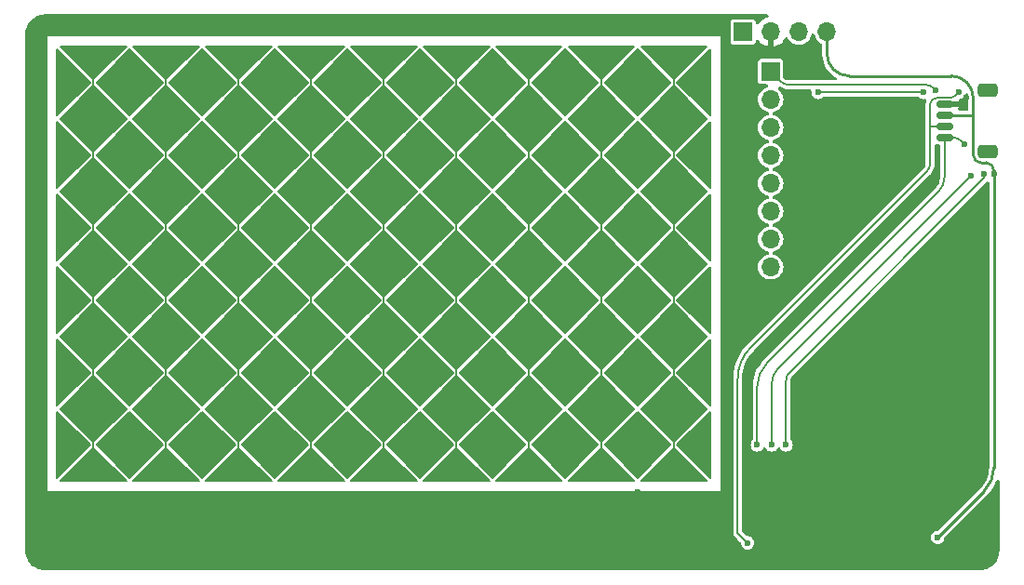
<source format=gbr>
%TF.GenerationSoftware,KiCad,Pcbnew,8.0.6*%
%TF.CreationDate,2025-06-16T01:38:39+09:00*%
%TF.ProjectId,card,63617264-2e6b-4696-9361-645f70636258,rev?*%
%TF.SameCoordinates,Original*%
%TF.FileFunction,Copper,L2,Bot*%
%TF.FilePolarity,Positive*%
%FSLAX46Y46*%
G04 Gerber Fmt 4.6, Leading zero omitted, Abs format (unit mm)*
G04 Created by KiCad (PCBNEW 8.0.6) date 2025-06-16 01:38:39*
%MOMM*%
%LPD*%
G01*
G04 APERTURE LIST*
G04 Aperture macros list*
%AMRoundRect*
0 Rectangle with rounded corners*
0 $1 Rounding radius*
0 $2 $3 $4 $5 $6 $7 $8 $9 X,Y pos of 4 corners*
0 Add a 4 corners polygon primitive as box body*
4,1,4,$2,$3,$4,$5,$6,$7,$8,$9,$2,$3,0*
0 Add four circle primitives for the rounded corners*
1,1,$1+$1,$2,$3*
1,1,$1+$1,$4,$5*
1,1,$1+$1,$6,$7*
1,1,$1+$1,$8,$9*
0 Add four rect primitives between the rounded corners*
20,1,$1+$1,$2,$3,$4,$5,0*
20,1,$1+$1,$4,$5,$6,$7,0*
20,1,$1+$1,$6,$7,$8,$9,0*
20,1,$1+$1,$8,$9,$2,$3,0*%
G04 Aperture macros list end*
%TA.AperFunction,Conductor*%
%ADD10C,0.200000*%
%TD*%
%TA.AperFunction,SMDPad,CuDef*%
%ADD11RoundRect,0.150000X-0.625000X0.150000X-0.625000X-0.150000X0.625000X-0.150000X0.625000X0.150000X0*%
%TD*%
%TA.AperFunction,SMDPad,CuDef*%
%ADD12RoundRect,0.250000X-0.650000X0.350000X-0.650000X-0.350000X0.650000X-0.350000X0.650000X0.350000X0*%
%TD*%
%TA.AperFunction,ComponentPad*%
%ADD13R,1.700000X1.700000*%
%TD*%
%TA.AperFunction,ComponentPad*%
%ADD14O,1.700000X1.700000*%
%TD*%
%TA.AperFunction,ViaPad*%
%ADD15C,0.600000*%
%TD*%
%TA.AperFunction,Conductor*%
%ADD16C,0.250000*%
%TD*%
%TA.AperFunction,Conductor*%
%ADD17C,0.150000*%
%TD*%
G04 APERTURE END LIST*
D10*
%TO.N,unconnected-(U2-RX11-Pad4)*%
X56100000Y-69600000D02*
X53100000Y-72600000D01*
X53100000Y-66600000D01*
X56100000Y-69600000D01*
%TA.AperFunction,Conductor*%
G36*
X56100000Y-69600000D02*
G01*
X53100000Y-72600000D01*
X53100000Y-66600000D01*
X56100000Y-69600000D01*
G37*
%TD.AperFunction*%
%TO.N,unconnected-(U2-RX10-Pad3)*%
X112500000Y-66000000D02*
X109500000Y-63000000D01*
X112500000Y-60000000D01*
X112500000Y-66000000D01*
%TA.AperFunction,Conductor*%
G36*
X112500000Y-66000000D02*
G01*
X109500000Y-63000000D01*
X112500000Y-60000000D01*
X112500000Y-66000000D01*
G37*
%TD.AperFunction*%
%TO.N,unconnected-(U2-RX1-Pad17)*%
X66000000Y-92700000D02*
X60000000Y-92700000D01*
X63000000Y-89700000D01*
X66000000Y-92700000D01*
%TA.AperFunction,Conductor*%
G36*
X66000000Y-92700000D02*
G01*
X60000000Y-92700000D01*
X63000000Y-89700000D01*
X66000000Y-92700000D01*
G37*
%TD.AperFunction*%
%TO.N,unconnected-(U2-RX14-Pad13)*%
X62700000Y-89400000D02*
X59700000Y-92400000D01*
X56700000Y-89400000D01*
X59700000Y-86400000D01*
X62700000Y-89400000D01*
%TA.AperFunction,Conductor*%
G36*
X62700000Y-89400000D02*
G01*
X59700000Y-92400000D01*
X56700000Y-89400000D01*
X59700000Y-86400000D01*
X62700000Y-89400000D01*
G37*
%TD.AperFunction*%
%TO.N,unconnected-(U2-RX5-Pad23)*%
X92400000Y-86100000D02*
X89400000Y-89100000D01*
X86400000Y-86100000D01*
X89400000Y-83100000D01*
X92400000Y-86100000D01*
%TA.AperFunction,Conductor*%
G36*
X92400000Y-86100000D02*
G01*
X89400000Y-89100000D01*
X86400000Y-86100000D01*
X89400000Y-83100000D01*
X92400000Y-86100000D01*
G37*
%TD.AperFunction*%
%TO.N,unconnected-(U2-RX0-Pad16)*%
X59400000Y-79500000D02*
X56400000Y-82500000D01*
X53400000Y-79500000D01*
X56400000Y-76500000D01*
X59400000Y-79500000D01*
%TA.AperFunction,Conductor*%
G36*
X59400000Y-79500000D02*
G01*
X56400000Y-82500000D01*
X53400000Y-79500000D01*
X56400000Y-76500000D01*
X59400000Y-79500000D01*
G37*
%TD.AperFunction*%
%TO.N,unconnected-(U2-RX14-Pad13)*%
X108900000Y-89400000D02*
X105900000Y-92400000D01*
X102900000Y-89400000D01*
X105900000Y-86400000D01*
X108900000Y-89400000D01*
%TA.AperFunction,Conductor*%
G36*
X108900000Y-89400000D02*
G01*
X105900000Y-92400000D01*
X102900000Y-89400000D01*
X105900000Y-86400000D01*
X108900000Y-89400000D01*
G37*
%TD.AperFunction*%
%TO.N,unconnected-(U2-RX0-Pad16)*%
X59400000Y-92700000D02*
X53400000Y-92700000D01*
X56400000Y-89700000D01*
X59400000Y-92700000D01*
%TA.AperFunction,Conductor*%
G36*
X59400000Y-92700000D02*
G01*
X53400000Y-92700000D01*
X56400000Y-89700000D01*
X59400000Y-92700000D01*
G37*
%TD.AperFunction*%
%TO.N,unconnected-(U2-RX14-Pad13)*%
X112500000Y-92400000D02*
X109500000Y-89400000D01*
X112500000Y-86400000D01*
X112500000Y-92400000D01*
%TA.AperFunction,Conductor*%
G36*
X112500000Y-92400000D02*
G01*
X109500000Y-89400000D01*
X112500000Y-86400000D01*
X112500000Y-92400000D01*
G37*
%TD.AperFunction*%
%TO.N,unconnected-(U2-RX4-Pad22)*%
X85800000Y-66300000D02*
X82800000Y-69300000D01*
X79800000Y-66300000D01*
X82800000Y-63300000D01*
X85800000Y-66300000D01*
%TA.AperFunction,Conductor*%
G36*
X85800000Y-66300000D02*
G01*
X82800000Y-69300000D01*
X79800000Y-66300000D01*
X82800000Y-63300000D01*
X85800000Y-66300000D01*
G37*
%TD.AperFunction*%
%TO.N,unconnected-(U2-RX2-Pad18)*%
X72600000Y-72900000D02*
X69600000Y-75900000D01*
X66600000Y-72900000D01*
X69600000Y-69900000D01*
X72600000Y-72900000D01*
%TA.AperFunction,Conductor*%
G36*
X72600000Y-72900000D02*
G01*
X69600000Y-75900000D01*
X66600000Y-72900000D01*
X69600000Y-69900000D01*
X72600000Y-72900000D01*
G37*
%TD.AperFunction*%
%TO.N,unconnected-(U2-RX10-Pad3)*%
X56100000Y-63000000D02*
X53100000Y-66000000D01*
X53100000Y-60000000D01*
X56100000Y-63000000D01*
%TA.AperFunction,Conductor*%
G36*
X56100000Y-63000000D02*
G01*
X53100000Y-66000000D01*
X53100000Y-60000000D01*
X56100000Y-63000000D01*
G37*
%TD.AperFunction*%
%TO.N,unconnected-(U2-RX13-Pad7)*%
X69300000Y-82800000D02*
X66300000Y-85800000D01*
X63300000Y-82800000D01*
X66300000Y-79800000D01*
X69300000Y-82800000D01*
%TA.AperFunction,Conductor*%
G36*
X69300000Y-82800000D02*
G01*
X66300000Y-85800000D01*
X63300000Y-82800000D01*
X66300000Y-79800000D01*
X69300000Y-82800000D01*
G37*
%TD.AperFunction*%
%TO.N,unconnected-(U2-RX2-Pad18)*%
X72600000Y-86100000D02*
X69600000Y-89100000D01*
X66600000Y-86100000D01*
X69600000Y-83100000D01*
X72600000Y-86100000D01*
%TA.AperFunction,Conductor*%
G36*
X72600000Y-86100000D02*
G01*
X69600000Y-89100000D01*
X66600000Y-86100000D01*
X69600000Y-83100000D01*
X72600000Y-86100000D01*
G37*
%TD.AperFunction*%
%TO.N,unconnected-(U2-RX5-Pad23)*%
X92400000Y-92700000D02*
X86400000Y-92700000D01*
X89400000Y-89700000D01*
X92400000Y-92700000D01*
%TA.AperFunction,Conductor*%
G36*
X92400000Y-92700000D02*
G01*
X86400000Y-92700000D01*
X89400000Y-89700000D01*
X92400000Y-92700000D01*
G37*
%TD.AperFunction*%
%TO.N,unconnected-(U2-RX2-Pad18)*%
X69600000Y-56100000D02*
X66600000Y-53100000D01*
X72600000Y-53100000D01*
X69600000Y-56100000D01*
%TA.AperFunction,Conductor*%
G36*
X69600000Y-56100000D02*
G01*
X66600000Y-53100000D01*
X72600000Y-53100000D01*
X69600000Y-56100000D01*
G37*
%TD.AperFunction*%
%TO.N,unconnected-(U2-RX6-Pad24)*%
X99000000Y-72900000D02*
X96000000Y-75900000D01*
X93000000Y-72900000D01*
X96000000Y-69900000D01*
X99000000Y-72900000D01*
%TA.AperFunction,Conductor*%
G36*
X99000000Y-72900000D02*
G01*
X96000000Y-75900000D01*
X93000000Y-72900000D01*
X96000000Y-69900000D01*
X99000000Y-72900000D01*
G37*
%TD.AperFunction*%
%TO.N,unconnected-(U2-RX7-Pad25)*%
X105600000Y-66300000D02*
X102600000Y-69300000D01*
X99600000Y-66300000D01*
X102600000Y-63300000D01*
X105600000Y-66300000D01*
%TA.AperFunction,Conductor*%
G36*
X105600000Y-66300000D02*
G01*
X102600000Y-69300000D01*
X99600000Y-66300000D01*
X102600000Y-63300000D01*
X105600000Y-66300000D01*
G37*
%TD.AperFunction*%
%TO.N,unconnected-(U2-RX9-Pad2)*%
X56100000Y-56400000D02*
X53100000Y-59400000D01*
X53100000Y-53400000D01*
X56100000Y-56400000D01*
%TA.AperFunction,Conductor*%
G36*
X56100000Y-56400000D02*
G01*
X53100000Y-59400000D01*
X53100000Y-53400000D01*
X56100000Y-56400000D01*
G37*
%TD.AperFunction*%
%TO.N,unconnected-(U2-RX11-Pad4)*%
X69300000Y-69600000D02*
X66300000Y-72600000D01*
X63300000Y-69600000D01*
X66300000Y-66600000D01*
X69300000Y-69600000D01*
%TA.AperFunction,Conductor*%
G36*
X69300000Y-69600000D02*
G01*
X66300000Y-72600000D01*
X63300000Y-69600000D01*
X66300000Y-66600000D01*
X69300000Y-69600000D01*
G37*
%TD.AperFunction*%
%TO.N,unconnected-(U2-RX9-Pad2)*%
X108900000Y-56400000D02*
X105900000Y-59400000D01*
X102900000Y-56400000D01*
X105900000Y-53400000D01*
X108900000Y-56400000D01*
%TA.AperFunction,Conductor*%
G36*
X108900000Y-56400000D02*
G01*
X105900000Y-59400000D01*
X102900000Y-56400000D01*
X105900000Y-53400000D01*
X108900000Y-56400000D01*
G37*
%TD.AperFunction*%
%TO.N,unconnected-(U2-RX10-Pad3)*%
X69300000Y-63000000D02*
X66300000Y-66000000D01*
X63300000Y-63000000D01*
X66300000Y-60000000D01*
X69300000Y-63000000D01*
%TA.AperFunction,Conductor*%
G36*
X69300000Y-63000000D02*
G01*
X66300000Y-66000000D01*
X63300000Y-63000000D01*
X66300000Y-60000000D01*
X69300000Y-63000000D01*
G37*
%TD.AperFunction*%
%TO.N,unconnected-(U2-RX5-Pad23)*%
X92400000Y-59700000D02*
X89400000Y-62700000D01*
X86400000Y-59700000D01*
X89400000Y-56700000D01*
X92400000Y-59700000D01*
%TA.AperFunction,Conductor*%
G36*
X92400000Y-59700000D02*
G01*
X89400000Y-62700000D01*
X86400000Y-59700000D01*
X89400000Y-56700000D01*
X92400000Y-59700000D01*
G37*
%TD.AperFunction*%
%TO.N,unconnected-(U2-RX2-Pad18)*%
X72600000Y-92700000D02*
X66600000Y-92700000D01*
X69600000Y-89700000D01*
X72600000Y-92700000D01*
%TA.AperFunction,Conductor*%
G36*
X72600000Y-92700000D02*
G01*
X66600000Y-92700000D01*
X69600000Y-89700000D01*
X72600000Y-92700000D01*
G37*
%TD.AperFunction*%
%TO.N,unconnected-(U2-RX13-Pad7)*%
X108900000Y-82800000D02*
X105900000Y-85800000D01*
X102900000Y-82800000D01*
X105900000Y-79800000D01*
X108900000Y-82800000D01*
%TA.AperFunction,Conductor*%
G36*
X108900000Y-82800000D02*
G01*
X105900000Y-85800000D01*
X102900000Y-82800000D01*
X105900000Y-79800000D01*
X108900000Y-82800000D01*
G37*
%TD.AperFunction*%
%TO.N,unconnected-(U2-RX11-Pad4)*%
X95700000Y-69600000D02*
X92700000Y-72600000D01*
X89700000Y-69600000D01*
X92700000Y-66600000D01*
X95700000Y-69600000D01*
%TA.AperFunction,Conductor*%
G36*
X95700000Y-69600000D02*
G01*
X92700000Y-72600000D01*
X89700000Y-69600000D01*
X92700000Y-66600000D01*
X95700000Y-69600000D01*
G37*
%TD.AperFunction*%
%TO.N,unconnected-(U2-RX8-Pad26)*%
X112200000Y-86100000D02*
X109200000Y-89100000D01*
X106200000Y-86100000D01*
X109200000Y-83100000D01*
X112200000Y-86100000D01*
%TA.AperFunction,Conductor*%
G36*
X112200000Y-86100000D02*
G01*
X109200000Y-89100000D01*
X106200000Y-86100000D01*
X109200000Y-83100000D01*
X112200000Y-86100000D01*
G37*
%TD.AperFunction*%
%TO.N,unconnected-(U2-RX5-Pad23)*%
X89400000Y-56100000D02*
X86400000Y-53100000D01*
X92400000Y-53100000D01*
X89400000Y-56100000D01*
%TA.AperFunction,Conductor*%
G36*
X89400000Y-56100000D02*
G01*
X86400000Y-53100000D01*
X92400000Y-53100000D01*
X89400000Y-56100000D01*
G37*
%TD.AperFunction*%
%TO.N,unconnected-(U2-RX4-Pad22)*%
X85800000Y-72900000D02*
X82800000Y-75900000D01*
X79800000Y-72900000D01*
X82800000Y-69900000D01*
X85800000Y-72900000D01*
%TA.AperFunction,Conductor*%
G36*
X85800000Y-72900000D02*
G01*
X82800000Y-75900000D01*
X79800000Y-72900000D01*
X82800000Y-69900000D01*
X85800000Y-72900000D01*
G37*
%TD.AperFunction*%
%TO.N,unconnected-(U2-RX10-Pad3)*%
X108900000Y-63000000D02*
X105900000Y-66000000D01*
X102900000Y-63000000D01*
X105900000Y-60000000D01*
X108900000Y-63000000D01*
%TA.AperFunction,Conductor*%
G36*
X108900000Y-63000000D02*
G01*
X105900000Y-66000000D01*
X102900000Y-63000000D01*
X105900000Y-60000000D01*
X108900000Y-63000000D01*
G37*
%TD.AperFunction*%
%TO.N,unconnected-(U2-RX0-Pad16)*%
X56400000Y-56100000D02*
X53400000Y-53100000D01*
X59400000Y-53100000D01*
X56400000Y-56100000D01*
%TA.AperFunction,Conductor*%
G36*
X56400000Y-56100000D02*
G01*
X53400000Y-53100000D01*
X59400000Y-53100000D01*
X56400000Y-56100000D01*
G37*
%TD.AperFunction*%
%TO.N,unconnected-(U2-RX10-Pad3)*%
X95700000Y-63000000D02*
X92700000Y-66000000D01*
X89700000Y-63000000D01*
X92700000Y-60000000D01*
X95700000Y-63000000D01*
%TA.AperFunction,Conductor*%
G36*
X95700000Y-63000000D02*
G01*
X92700000Y-66000000D01*
X89700000Y-63000000D01*
X92700000Y-60000000D01*
X95700000Y-63000000D01*
G37*
%TD.AperFunction*%
%TO.N,unconnected-(U2-RX3-Pad21)*%
X79200000Y-92700000D02*
X73200000Y-92700000D01*
X76200000Y-89700000D01*
X79200000Y-92700000D01*
%TA.AperFunction,Conductor*%
G36*
X79200000Y-92700000D02*
G01*
X73200000Y-92700000D01*
X76200000Y-89700000D01*
X79200000Y-92700000D01*
G37*
%TD.AperFunction*%
%TO.N,unconnected-(U2-RX12-Pad5)*%
X62700000Y-76200000D02*
X59700000Y-79200000D01*
X56700000Y-76200000D01*
X59700000Y-73200000D01*
X62700000Y-76200000D01*
%TA.AperFunction,Conductor*%
G36*
X62700000Y-76200000D02*
G01*
X59700000Y-79200000D01*
X56700000Y-76200000D01*
X59700000Y-73200000D01*
X62700000Y-76200000D01*
G37*
%TD.AperFunction*%
%TO.N,unconnected-(U2-RX9-Pad2)*%
X75900000Y-56400000D02*
X72900000Y-59400000D01*
X69900000Y-56400000D01*
X72900000Y-53400000D01*
X75900000Y-56400000D01*
%TA.AperFunction,Conductor*%
G36*
X75900000Y-56400000D02*
G01*
X72900000Y-59400000D01*
X69900000Y-56400000D01*
X72900000Y-53400000D01*
X75900000Y-56400000D01*
G37*
%TD.AperFunction*%
X62700000Y-56400000D02*
X59700000Y-59400000D01*
X56700000Y-56400000D01*
X59700000Y-53400000D01*
X62700000Y-56400000D01*
%TA.AperFunction,Conductor*%
G36*
X62700000Y-56400000D02*
G01*
X59700000Y-59400000D01*
X56700000Y-56400000D01*
X59700000Y-53400000D01*
X62700000Y-56400000D01*
G37*
%TD.AperFunction*%
%TO.N,unconnected-(U2-RX3-Pad21)*%
X79200000Y-79500000D02*
X76200000Y-82500000D01*
X73200000Y-79500000D01*
X76200000Y-76500000D01*
X79200000Y-79500000D01*
%TA.AperFunction,Conductor*%
G36*
X79200000Y-79500000D02*
G01*
X76200000Y-82500000D01*
X73200000Y-79500000D01*
X76200000Y-76500000D01*
X79200000Y-79500000D01*
G37*
%TD.AperFunction*%
%TO.N,unconnected-(U2-RX10-Pad3)*%
X102300000Y-63000000D02*
X99300000Y-66000000D01*
X96300000Y-63000000D01*
X99300000Y-60000000D01*
X102300000Y-63000000D01*
%TA.AperFunction,Conductor*%
G36*
X102300000Y-63000000D02*
G01*
X99300000Y-66000000D01*
X96300000Y-63000000D01*
X99300000Y-60000000D01*
X102300000Y-63000000D01*
G37*
%TD.AperFunction*%
%TO.N,unconnected-(U2-RX1-Pad17)*%
X66000000Y-86100000D02*
X63000000Y-89100000D01*
X60000000Y-86100000D01*
X63000000Y-83100000D01*
X66000000Y-86100000D01*
%TA.AperFunction,Conductor*%
G36*
X66000000Y-86100000D02*
G01*
X63000000Y-89100000D01*
X60000000Y-86100000D01*
X63000000Y-83100000D01*
X66000000Y-86100000D01*
G37*
%TD.AperFunction*%
%TO.N,unconnected-(U2-RX0-Pad16)*%
X59400000Y-72900000D02*
X56400000Y-75900000D01*
X53400000Y-72900000D01*
X56400000Y-69900000D01*
X59400000Y-72900000D01*
%TA.AperFunction,Conductor*%
G36*
X59400000Y-72900000D02*
G01*
X56400000Y-75900000D01*
X53400000Y-72900000D01*
X56400000Y-69900000D01*
X59400000Y-72900000D01*
G37*
%TD.AperFunction*%
%TO.N,unconnected-(U2-RX12-Pad5)*%
X89100000Y-76200000D02*
X86100000Y-79200000D01*
X83100000Y-76200000D01*
X86100000Y-73200000D01*
X89100000Y-76200000D01*
%TA.AperFunction,Conductor*%
G36*
X89100000Y-76200000D02*
G01*
X86100000Y-79200000D01*
X83100000Y-76200000D01*
X86100000Y-73200000D01*
X89100000Y-76200000D01*
G37*
%TD.AperFunction*%
%TO.N,unconnected-(U2-RX14-Pad13)*%
X82500000Y-89400000D02*
X79500000Y-92400000D01*
X76500000Y-89400000D01*
X79500000Y-86400000D01*
X82500000Y-89400000D01*
%TA.AperFunction,Conductor*%
G36*
X82500000Y-89400000D02*
G01*
X79500000Y-92400000D01*
X76500000Y-89400000D01*
X79500000Y-86400000D01*
X82500000Y-89400000D01*
G37*
%TD.AperFunction*%
%TO.N,unconnected-(U2-RX7-Pad25)*%
X105600000Y-59700000D02*
X102600000Y-62700000D01*
X99600000Y-59700000D01*
X102600000Y-56700000D01*
X105600000Y-59700000D01*
%TA.AperFunction,Conductor*%
G36*
X105600000Y-59700000D02*
G01*
X102600000Y-62700000D01*
X99600000Y-59700000D01*
X102600000Y-56700000D01*
X105600000Y-59700000D01*
G37*
%TD.AperFunction*%
%TO.N,unconnected-(U2-RX3-Pad21)*%
X79200000Y-72900000D02*
X76200000Y-75900000D01*
X73200000Y-72900000D01*
X76200000Y-69900000D01*
X79200000Y-72900000D01*
%TA.AperFunction,Conductor*%
G36*
X79200000Y-72900000D02*
G01*
X76200000Y-75900000D01*
X73200000Y-72900000D01*
X76200000Y-69900000D01*
X79200000Y-72900000D01*
G37*
%TD.AperFunction*%
%TO.N,unconnected-(U2-RX8-Pad26)*%
X112200000Y-79500000D02*
X109200000Y-82500000D01*
X106200000Y-79500000D01*
X109200000Y-76500000D01*
X112200000Y-79500000D01*
%TA.AperFunction,Conductor*%
G36*
X112200000Y-79500000D02*
G01*
X109200000Y-82500000D01*
X106200000Y-79500000D01*
X109200000Y-76500000D01*
X112200000Y-79500000D01*
G37*
%TD.AperFunction*%
%TO.N,unconnected-(U2-RX5-Pad23)*%
X92400000Y-72900000D02*
X89400000Y-75900000D01*
X86400000Y-72900000D01*
X89400000Y-69900000D01*
X92400000Y-72900000D01*
%TA.AperFunction,Conductor*%
G36*
X92400000Y-72900000D02*
G01*
X89400000Y-75900000D01*
X86400000Y-72900000D01*
X89400000Y-69900000D01*
X92400000Y-72900000D01*
G37*
%TD.AperFunction*%
%TO.N,unconnected-(U2-RX9-Pad2)*%
X95700000Y-56400000D02*
X92700000Y-59400000D01*
X89700000Y-56400000D01*
X92700000Y-53400000D01*
X95700000Y-56400000D01*
%TA.AperFunction,Conductor*%
G36*
X95700000Y-56400000D02*
G01*
X92700000Y-59400000D01*
X89700000Y-56400000D01*
X92700000Y-53400000D01*
X95700000Y-56400000D01*
G37*
%TD.AperFunction*%
%TO.N,unconnected-(U2-RX13-Pad7)*%
X75900000Y-82800000D02*
X72900000Y-85800000D01*
X69900000Y-82800000D01*
X72900000Y-79800000D01*
X75900000Y-82800000D01*
%TA.AperFunction,Conductor*%
G36*
X75900000Y-82800000D02*
G01*
X72900000Y-85800000D01*
X69900000Y-82800000D01*
X72900000Y-79800000D01*
X75900000Y-82800000D01*
G37*
%TD.AperFunction*%
%TO.N,unconnected-(U2-RX14-Pad13)*%
X69300000Y-89400000D02*
X66300000Y-92400000D01*
X63300000Y-89400000D01*
X66300000Y-86400000D01*
X69300000Y-89400000D01*
%TA.AperFunction,Conductor*%
G36*
X69300000Y-89400000D02*
G01*
X66300000Y-92400000D01*
X63300000Y-89400000D01*
X66300000Y-86400000D01*
X69300000Y-89400000D01*
G37*
%TD.AperFunction*%
%TO.N,unconnected-(U2-RX0-Pad16)*%
X59400000Y-66300000D02*
X56400000Y-69300000D01*
X53400000Y-66300000D01*
X56400000Y-63300000D01*
X59400000Y-66300000D01*
%TA.AperFunction,Conductor*%
G36*
X59400000Y-66300000D02*
G01*
X56400000Y-69300000D01*
X53400000Y-66300000D01*
X56400000Y-63300000D01*
X59400000Y-66300000D01*
G37*
%TD.AperFunction*%
%TO.N,unconnected-(U2-RX1-Pad17)*%
X66000000Y-79500000D02*
X63000000Y-82500000D01*
X60000000Y-79500000D01*
X63000000Y-76500000D01*
X66000000Y-79500000D01*
%TA.AperFunction,Conductor*%
G36*
X66000000Y-79500000D02*
G01*
X63000000Y-82500000D01*
X60000000Y-79500000D01*
X63000000Y-76500000D01*
X66000000Y-79500000D01*
G37*
%TD.AperFunction*%
%TO.N,unconnected-(U2-RX11-Pad4)*%
X82500000Y-69600000D02*
X79500000Y-72600000D01*
X76500000Y-69600000D01*
X79500000Y-66600000D01*
X82500000Y-69600000D01*
%TA.AperFunction,Conductor*%
G36*
X82500000Y-69600000D02*
G01*
X79500000Y-72600000D01*
X76500000Y-69600000D01*
X79500000Y-66600000D01*
X82500000Y-69600000D01*
G37*
%TD.AperFunction*%
%TO.N,unconnected-(U2-RX0-Pad16)*%
X59400000Y-86100000D02*
X56400000Y-89100000D01*
X53400000Y-86100000D01*
X56400000Y-83100000D01*
X59400000Y-86100000D01*
%TA.AperFunction,Conductor*%
G36*
X59400000Y-86100000D02*
G01*
X56400000Y-89100000D01*
X53400000Y-86100000D01*
X56400000Y-83100000D01*
X59400000Y-86100000D01*
G37*
%TD.AperFunction*%
%TO.N,unconnected-(U2-RX4-Pad22)*%
X82800000Y-56100000D02*
X79800000Y-53100000D01*
X85800000Y-53100000D01*
X82800000Y-56100000D01*
%TA.AperFunction,Conductor*%
G36*
X82800000Y-56100000D02*
G01*
X79800000Y-53100000D01*
X85800000Y-53100000D01*
X82800000Y-56100000D01*
G37*
%TD.AperFunction*%
%TO.N,unconnected-(U2-RX12-Pad5)*%
X69300000Y-76200000D02*
X66300000Y-79200000D01*
X63300000Y-76200000D01*
X66300000Y-73200000D01*
X69300000Y-76200000D01*
%TA.AperFunction,Conductor*%
G36*
X69300000Y-76200000D02*
G01*
X66300000Y-79200000D01*
X63300000Y-76200000D01*
X66300000Y-73200000D01*
X69300000Y-76200000D01*
G37*
%TD.AperFunction*%
%TO.N,unconnected-(U2-RX6-Pad24)*%
X99000000Y-59700000D02*
X96000000Y-62700000D01*
X93000000Y-59700000D01*
X96000000Y-56700000D01*
X99000000Y-59700000D01*
%TA.AperFunction,Conductor*%
G36*
X99000000Y-59700000D02*
G01*
X96000000Y-62700000D01*
X93000000Y-59700000D01*
X96000000Y-56700000D01*
X99000000Y-59700000D01*
G37*
%TD.AperFunction*%
%TO.N,unconnected-(U2-RX7-Pad25)*%
X105600000Y-86100000D02*
X102600000Y-89100000D01*
X99600000Y-86100000D01*
X102600000Y-83100000D01*
X105600000Y-86100000D01*
%TA.AperFunction,Conductor*%
G36*
X105600000Y-86100000D02*
G01*
X102600000Y-89100000D01*
X99600000Y-86100000D01*
X102600000Y-83100000D01*
X105600000Y-86100000D01*
G37*
%TD.AperFunction*%
%TO.N,unconnected-(U2-RX11-Pad4)*%
X112500000Y-72600000D02*
X109500000Y-69600000D01*
X112500000Y-66600000D01*
X112500000Y-72600000D01*
%TA.AperFunction,Conductor*%
G36*
X112500000Y-72600000D02*
G01*
X109500000Y-69600000D01*
X112500000Y-66600000D01*
X112500000Y-72600000D01*
G37*
%TD.AperFunction*%
%TO.N,unconnected-(U2-RX12-Pad5)*%
X95700000Y-76200000D02*
X92700000Y-79200000D01*
X89700000Y-76200000D01*
X92700000Y-73200000D01*
X95700000Y-76200000D01*
%TA.AperFunction,Conductor*%
G36*
X95700000Y-76200000D02*
G01*
X92700000Y-79200000D01*
X89700000Y-76200000D01*
X92700000Y-73200000D01*
X95700000Y-76200000D01*
G37*
%TD.AperFunction*%
%TO.N,unconnected-(U2-RX13-Pad7)*%
X95700000Y-82800000D02*
X92700000Y-85800000D01*
X89700000Y-82800000D01*
X92700000Y-79800000D01*
X95700000Y-82800000D01*
%TA.AperFunction,Conductor*%
G36*
X95700000Y-82800000D02*
G01*
X92700000Y-85800000D01*
X89700000Y-82800000D01*
X92700000Y-79800000D01*
X95700000Y-82800000D01*
G37*
%TD.AperFunction*%
%TO.N,unconnected-(U2-RX12-Pad5)*%
X102300000Y-76200000D02*
X99300000Y-79200000D01*
X96300000Y-76200000D01*
X99300000Y-73200000D01*
X102300000Y-76200000D01*
%TA.AperFunction,Conductor*%
G36*
X102300000Y-76200000D02*
G01*
X99300000Y-79200000D01*
X96300000Y-76200000D01*
X99300000Y-73200000D01*
X102300000Y-76200000D01*
G37*
%TD.AperFunction*%
%TO.N,unconnected-(U2-RX13-Pad7)*%
X89100000Y-82800000D02*
X86100000Y-85800000D01*
X83100000Y-82800000D01*
X86100000Y-79800000D01*
X89100000Y-82800000D01*
%TA.AperFunction,Conductor*%
G36*
X89100000Y-82800000D02*
G01*
X86100000Y-85800000D01*
X83100000Y-82800000D01*
X86100000Y-79800000D01*
X89100000Y-82800000D01*
G37*
%TD.AperFunction*%
X82500000Y-82800000D02*
X79500000Y-85800000D01*
X76500000Y-82800000D01*
X79500000Y-79800000D01*
X82500000Y-82800000D01*
%TA.AperFunction,Conductor*%
G36*
X82500000Y-82800000D02*
G01*
X79500000Y-85800000D01*
X76500000Y-82800000D01*
X79500000Y-79800000D01*
X82500000Y-82800000D01*
G37*
%TD.AperFunction*%
%TO.N,unconnected-(U2-RX10-Pad3)*%
X89100000Y-63000000D02*
X86100000Y-66000000D01*
X83100000Y-63000000D01*
X86100000Y-60000000D01*
X89100000Y-63000000D01*
%TA.AperFunction,Conductor*%
G36*
X89100000Y-63000000D02*
G01*
X86100000Y-66000000D01*
X83100000Y-63000000D01*
X86100000Y-60000000D01*
X89100000Y-63000000D01*
G37*
%TD.AperFunction*%
%TO.N,unconnected-(U2-RX12-Pad5)*%
X75900000Y-76200000D02*
X72900000Y-79200000D01*
X69900000Y-76200000D01*
X72900000Y-73200000D01*
X75900000Y-76200000D01*
%TA.AperFunction,Conductor*%
G36*
X75900000Y-76200000D02*
G01*
X72900000Y-79200000D01*
X69900000Y-76200000D01*
X72900000Y-73200000D01*
X75900000Y-76200000D01*
G37*
%TD.AperFunction*%
%TO.N,unconnected-(U2-RX9-Pad2)*%
X102300000Y-56400000D02*
X99300000Y-59400000D01*
X96300000Y-56400000D01*
X99300000Y-53400000D01*
X102300000Y-56400000D01*
%TA.AperFunction,Conductor*%
G36*
X102300000Y-56400000D02*
G01*
X99300000Y-59400000D01*
X96300000Y-56400000D01*
X99300000Y-53400000D01*
X102300000Y-56400000D01*
G37*
%TD.AperFunction*%
%TO.N,unconnected-(U2-RX7-Pad25)*%
X105600000Y-92700000D02*
X99600000Y-92700000D01*
X102600000Y-89700000D01*
X105600000Y-92700000D01*
%TA.AperFunction,Conductor*%
G36*
X105600000Y-92700000D02*
G01*
X99600000Y-92700000D01*
X102600000Y-89700000D01*
X105600000Y-92700000D01*
G37*
%TD.AperFunction*%
%TO.N,unconnected-(U2-RX14-Pad13)*%
X89100000Y-89400000D02*
X86100000Y-92400000D01*
X83100000Y-89400000D01*
X86100000Y-86400000D01*
X89100000Y-89400000D01*
%TA.AperFunction,Conductor*%
G36*
X89100000Y-89400000D02*
G01*
X86100000Y-92400000D01*
X83100000Y-89400000D01*
X86100000Y-86400000D01*
X89100000Y-89400000D01*
G37*
%TD.AperFunction*%
%TO.N,unconnected-(U2-RX13-Pad7)*%
X102300000Y-82800000D02*
X99300000Y-85800000D01*
X96300000Y-82800000D01*
X99300000Y-79800000D01*
X102300000Y-82800000D01*
%TA.AperFunction,Conductor*%
G36*
X102300000Y-82800000D02*
G01*
X99300000Y-85800000D01*
X96300000Y-82800000D01*
X99300000Y-79800000D01*
X102300000Y-82800000D01*
G37*
%TD.AperFunction*%
%TO.N,unconnected-(U2-RX6-Pad24)*%
X99000000Y-79500000D02*
X96000000Y-82500000D01*
X93000000Y-79500000D01*
X96000000Y-76500000D01*
X99000000Y-79500000D01*
%TA.AperFunction,Conductor*%
G36*
X99000000Y-79500000D02*
G01*
X96000000Y-82500000D01*
X93000000Y-79500000D01*
X96000000Y-76500000D01*
X99000000Y-79500000D01*
G37*
%TD.AperFunction*%
%TO.N,unconnected-(U2-RX5-Pad23)*%
X92400000Y-79500000D02*
X89400000Y-82500000D01*
X86400000Y-79500000D01*
X89400000Y-76500000D01*
X92400000Y-79500000D01*
%TA.AperFunction,Conductor*%
G36*
X92400000Y-79500000D02*
G01*
X89400000Y-82500000D01*
X86400000Y-79500000D01*
X89400000Y-76500000D01*
X92400000Y-79500000D01*
G37*
%TD.AperFunction*%
%TO.N,unconnected-(U2-RX14-Pad13)*%
X102300000Y-89400000D02*
X99300000Y-92400000D01*
X96300000Y-89400000D01*
X99300000Y-86400000D01*
X102300000Y-89400000D01*
%TA.AperFunction,Conductor*%
G36*
X102300000Y-89400000D02*
G01*
X99300000Y-92400000D01*
X96300000Y-89400000D01*
X99300000Y-86400000D01*
X102300000Y-89400000D01*
G37*
%TD.AperFunction*%
%TO.N,unconnected-(U2-RX3-Pad21)*%
X79200000Y-59700000D02*
X76200000Y-62700000D01*
X73200000Y-59700000D01*
X76200000Y-56700000D01*
X79200000Y-59700000D01*
%TA.AperFunction,Conductor*%
G36*
X79200000Y-59700000D02*
G01*
X76200000Y-62700000D01*
X73200000Y-59700000D01*
X76200000Y-56700000D01*
X79200000Y-59700000D01*
G37*
%TD.AperFunction*%
%TO.N,unconnected-(U2-RX7-Pad25)*%
X102600000Y-56100000D02*
X99600000Y-53100000D01*
X105600000Y-53100000D01*
X102600000Y-56100000D01*
%TA.AperFunction,Conductor*%
G36*
X102600000Y-56100000D02*
G01*
X99600000Y-53100000D01*
X105600000Y-53100000D01*
X102600000Y-56100000D01*
G37*
%TD.AperFunction*%
%TO.N,unconnected-(U2-RX14-Pad13)*%
X95700000Y-89400000D02*
X92700000Y-92400000D01*
X89700000Y-89400000D01*
X92700000Y-86400000D01*
X95700000Y-89400000D01*
%TA.AperFunction,Conductor*%
G36*
X95700000Y-89400000D02*
G01*
X92700000Y-92400000D01*
X89700000Y-89400000D01*
X92700000Y-86400000D01*
X95700000Y-89400000D01*
G37*
%TD.AperFunction*%
%TO.N,unconnected-(U2-RX11-Pad4)*%
X108900000Y-69600000D02*
X105900000Y-72600000D01*
X102900000Y-69600000D01*
X105900000Y-66600000D01*
X108900000Y-69600000D01*
%TA.AperFunction,Conductor*%
G36*
X108900000Y-69600000D02*
G01*
X105900000Y-72600000D01*
X102900000Y-69600000D01*
X105900000Y-66600000D01*
X108900000Y-69600000D01*
G37*
%TD.AperFunction*%
%TO.N,unconnected-(U2-RX9-Pad2)*%
X69300000Y-56400000D02*
X66300000Y-59400000D01*
X63300000Y-56400000D01*
X66300000Y-53400000D01*
X69300000Y-56400000D01*
%TA.AperFunction,Conductor*%
G36*
X69300000Y-56400000D02*
G01*
X66300000Y-59400000D01*
X63300000Y-56400000D01*
X66300000Y-53400000D01*
X69300000Y-56400000D01*
G37*
%TD.AperFunction*%
%TO.N,unconnected-(U2-RX14-Pad13)*%
X56100000Y-89400000D02*
X53100000Y-92400000D01*
X53100000Y-86400000D01*
X56100000Y-89400000D01*
%TA.AperFunction,Conductor*%
G36*
X56100000Y-89400000D02*
G01*
X53100000Y-92400000D01*
X53100000Y-86400000D01*
X56100000Y-89400000D01*
G37*
%TD.AperFunction*%
%TO.N,unconnected-(U2-RX11-Pad4)*%
X89100000Y-69600000D02*
X86100000Y-72600000D01*
X83100000Y-69600000D01*
X86100000Y-66600000D01*
X89100000Y-69600000D01*
%TA.AperFunction,Conductor*%
G36*
X89100000Y-69600000D02*
G01*
X86100000Y-72600000D01*
X83100000Y-69600000D01*
X86100000Y-66600000D01*
X89100000Y-69600000D01*
G37*
%TD.AperFunction*%
%TO.N,unconnected-(U2-RX10-Pad3)*%
X82500000Y-63000000D02*
X79500000Y-66000000D01*
X76500000Y-63000000D01*
X79500000Y-60000000D01*
X82500000Y-63000000D01*
%TA.AperFunction,Conductor*%
G36*
X82500000Y-63000000D02*
G01*
X79500000Y-66000000D01*
X76500000Y-63000000D01*
X79500000Y-60000000D01*
X82500000Y-63000000D01*
G37*
%TD.AperFunction*%
%TO.N,unconnected-(U2-RX2-Pad18)*%
X72600000Y-66300000D02*
X69600000Y-69300000D01*
X66600000Y-66300000D01*
X69600000Y-63300000D01*
X72600000Y-66300000D01*
%TA.AperFunction,Conductor*%
G36*
X72600000Y-66300000D02*
G01*
X69600000Y-69300000D01*
X66600000Y-66300000D01*
X69600000Y-63300000D01*
X72600000Y-66300000D01*
G37*
%TD.AperFunction*%
%TO.N,unconnected-(U2-RX9-Pad2)*%
X82500000Y-56400000D02*
X79500000Y-59400000D01*
X76500000Y-56400000D01*
X79500000Y-53400000D01*
X82500000Y-56400000D01*
%TA.AperFunction,Conductor*%
G36*
X82500000Y-56400000D02*
G01*
X79500000Y-59400000D01*
X76500000Y-56400000D01*
X79500000Y-53400000D01*
X82500000Y-56400000D01*
G37*
%TD.AperFunction*%
%TO.N,unconnected-(U2-RX10-Pad3)*%
X75900000Y-63000000D02*
X72900000Y-66000000D01*
X69900000Y-63000000D01*
X72900000Y-60000000D01*
X75900000Y-63000000D01*
%TA.AperFunction,Conductor*%
G36*
X75900000Y-63000000D02*
G01*
X72900000Y-66000000D01*
X69900000Y-63000000D01*
X72900000Y-60000000D01*
X75900000Y-63000000D01*
G37*
%TD.AperFunction*%
%TO.N,unconnected-(U2-RX13-Pad7)*%
X112500000Y-85800000D02*
X109500000Y-82800000D01*
X112500000Y-79800000D01*
X112500000Y-85800000D01*
%TA.AperFunction,Conductor*%
G36*
X112500000Y-85800000D02*
G01*
X109500000Y-82800000D01*
X112500000Y-79800000D01*
X112500000Y-85800000D01*
G37*
%TD.AperFunction*%
%TO.N,unconnected-(U2-RX4-Pad22)*%
X85800000Y-92700000D02*
X79800000Y-92700000D01*
X82800000Y-89700000D01*
X85800000Y-92700000D01*
%TA.AperFunction,Conductor*%
G36*
X85800000Y-92700000D02*
G01*
X79800000Y-92700000D01*
X82800000Y-89700000D01*
X85800000Y-92700000D01*
G37*
%TD.AperFunction*%
%TO.N,unconnected-(U2-RX5-Pad23)*%
X92400000Y-66300000D02*
X89400000Y-69300000D01*
X86400000Y-66300000D01*
X89400000Y-63300000D01*
X92400000Y-66300000D01*
%TA.AperFunction,Conductor*%
G36*
X92400000Y-66300000D02*
G01*
X89400000Y-69300000D01*
X86400000Y-66300000D01*
X89400000Y-63300000D01*
X92400000Y-66300000D01*
G37*
%TD.AperFunction*%
%TO.N,unconnected-(U2-RX0-Pad16)*%
X59400000Y-59700000D02*
X56400000Y-62700000D01*
X53400000Y-59700000D01*
X56400000Y-56700000D01*
X59400000Y-59700000D01*
%TA.AperFunction,Conductor*%
G36*
X59400000Y-59700000D02*
G01*
X56400000Y-62700000D01*
X53400000Y-59700000D01*
X56400000Y-56700000D01*
X59400000Y-59700000D01*
G37*
%TD.AperFunction*%
%TO.N,unconnected-(U2-RX8-Pad26)*%
X112200000Y-92700000D02*
X106200000Y-92700000D01*
X109200000Y-89700000D01*
X112200000Y-92700000D01*
%TA.AperFunction,Conductor*%
G36*
X112200000Y-92700000D02*
G01*
X106200000Y-92700000D01*
X109200000Y-89700000D01*
X112200000Y-92700000D01*
G37*
%TD.AperFunction*%
%TO.N,unconnected-(U2-RX4-Pad22)*%
X85800000Y-86100000D02*
X82800000Y-89100000D01*
X79800000Y-86100000D01*
X82800000Y-83100000D01*
X85800000Y-86100000D01*
%TA.AperFunction,Conductor*%
G36*
X85800000Y-86100000D02*
G01*
X82800000Y-89100000D01*
X79800000Y-86100000D01*
X82800000Y-83100000D01*
X85800000Y-86100000D01*
G37*
%TD.AperFunction*%
%TO.N,unconnected-(U2-RX7-Pad25)*%
X105600000Y-79500000D02*
X102600000Y-82500000D01*
X99600000Y-79500000D01*
X102600000Y-76500000D01*
X105600000Y-79500000D01*
%TA.AperFunction,Conductor*%
G36*
X105600000Y-79500000D02*
G01*
X102600000Y-82500000D01*
X99600000Y-79500000D01*
X102600000Y-76500000D01*
X105600000Y-79500000D01*
G37*
%TD.AperFunction*%
%TO.N,unconnected-(U2-RX8-Pad26)*%
X112200000Y-72900000D02*
X109200000Y-75900000D01*
X106200000Y-72900000D01*
X109200000Y-69900000D01*
X112200000Y-72900000D01*
%TA.AperFunction,Conductor*%
G36*
X112200000Y-72900000D02*
G01*
X109200000Y-75900000D01*
X106200000Y-72900000D01*
X109200000Y-69900000D01*
X112200000Y-72900000D01*
G37*
%TD.AperFunction*%
%TO.N,unconnected-(U2-RX6-Pad24)*%
X99000000Y-66300000D02*
X96000000Y-69300000D01*
X93000000Y-66300000D01*
X96000000Y-63300000D01*
X99000000Y-66300000D01*
%TA.AperFunction,Conductor*%
G36*
X99000000Y-66300000D02*
G01*
X96000000Y-69300000D01*
X93000000Y-66300000D01*
X96000000Y-63300000D01*
X99000000Y-66300000D01*
G37*
%TD.AperFunction*%
%TO.N,unconnected-(U2-RX13-Pad7)*%
X56100000Y-82800000D02*
X53100000Y-85800000D01*
X53100000Y-79800000D01*
X56100000Y-82800000D01*
%TA.AperFunction,Conductor*%
G36*
X56100000Y-82800000D02*
G01*
X53100000Y-85800000D01*
X53100000Y-79800000D01*
X56100000Y-82800000D01*
G37*
%TD.AperFunction*%
%TO.N,unconnected-(U2-RX6-Pad24)*%
X96000000Y-56100000D02*
X93000000Y-53100000D01*
X99000000Y-53100000D01*
X96000000Y-56100000D01*
%TA.AperFunction,Conductor*%
G36*
X96000000Y-56100000D02*
G01*
X93000000Y-53100000D01*
X99000000Y-53100000D01*
X96000000Y-56100000D01*
G37*
%TD.AperFunction*%
%TO.N,unconnected-(U2-RX12-Pad5)*%
X112500000Y-79200000D02*
X109500000Y-76200000D01*
X112500000Y-73200000D01*
X112500000Y-79200000D01*
%TA.AperFunction,Conductor*%
G36*
X112500000Y-79200000D02*
G01*
X109500000Y-76200000D01*
X112500000Y-73200000D01*
X112500000Y-79200000D01*
G37*
%TD.AperFunction*%
%TO.N,unconnected-(U2-RX2-Pad18)*%
X72600000Y-59700000D02*
X69600000Y-62700000D01*
X66600000Y-59700000D01*
X69600000Y-56700000D01*
X72600000Y-59700000D01*
%TA.AperFunction,Conductor*%
G36*
X72600000Y-59700000D02*
G01*
X69600000Y-62700000D01*
X66600000Y-59700000D01*
X69600000Y-56700000D01*
X72600000Y-59700000D01*
G37*
%TD.AperFunction*%
%TO.N,unconnected-(U2-RX11-Pad4)*%
X62700000Y-69600000D02*
X59700000Y-72600000D01*
X56700000Y-69600000D01*
X59700000Y-66600000D01*
X62700000Y-69600000D01*
%TA.AperFunction,Conductor*%
G36*
X62700000Y-69600000D02*
G01*
X59700000Y-72600000D01*
X56700000Y-69600000D01*
X59700000Y-66600000D01*
X62700000Y-69600000D01*
G37*
%TD.AperFunction*%
%TO.N,unconnected-(U2-RX10-Pad3)*%
X62700000Y-63000000D02*
X59700000Y-66000000D01*
X56700000Y-63000000D01*
X59700000Y-60000000D01*
X62700000Y-63000000D01*
%TA.AperFunction,Conductor*%
G36*
X62700000Y-63000000D02*
G01*
X59700000Y-66000000D01*
X56700000Y-63000000D01*
X59700000Y-60000000D01*
X62700000Y-63000000D01*
G37*
%TD.AperFunction*%
%TO.N,unconnected-(U2-RX11-Pad4)*%
X75900000Y-69600000D02*
X72900000Y-72600000D01*
X69900000Y-69600000D01*
X72900000Y-66600000D01*
X75900000Y-69600000D01*
%TA.AperFunction,Conductor*%
G36*
X75900000Y-69600000D02*
G01*
X72900000Y-72600000D01*
X69900000Y-69600000D01*
X72900000Y-66600000D01*
X75900000Y-69600000D01*
G37*
%TD.AperFunction*%
X102300000Y-69600000D02*
X99300000Y-72600000D01*
X96300000Y-69600000D01*
X99300000Y-66600000D01*
X102300000Y-69600000D01*
%TA.AperFunction,Conductor*%
G36*
X102300000Y-69600000D02*
G01*
X99300000Y-72600000D01*
X96300000Y-69600000D01*
X99300000Y-66600000D01*
X102300000Y-69600000D01*
G37*
%TD.AperFunction*%
%TO.N,unconnected-(U2-RX6-Pad24)*%
X99000000Y-86100000D02*
X96000000Y-89100000D01*
X93000000Y-86100000D01*
X96000000Y-83100000D01*
X99000000Y-86100000D01*
%TA.AperFunction,Conductor*%
G36*
X99000000Y-86100000D02*
G01*
X96000000Y-89100000D01*
X93000000Y-86100000D01*
X96000000Y-83100000D01*
X99000000Y-86100000D01*
G37*
%TD.AperFunction*%
%TO.N,unconnected-(U2-RX13-Pad7)*%
X62700000Y-82800000D02*
X59700000Y-85800000D01*
X56700000Y-82800000D01*
X59700000Y-79800000D01*
X62700000Y-82800000D01*
%TA.AperFunction,Conductor*%
G36*
X62700000Y-82800000D02*
G01*
X59700000Y-85800000D01*
X56700000Y-82800000D01*
X59700000Y-79800000D01*
X62700000Y-82800000D01*
G37*
%TD.AperFunction*%
%TO.N,unconnected-(U2-RX8-Pad26)*%
X109200000Y-56100000D02*
X106200000Y-53100000D01*
X112200000Y-53100000D01*
X109200000Y-56100000D01*
%TA.AperFunction,Conductor*%
G36*
X109200000Y-56100000D02*
G01*
X106200000Y-53100000D01*
X112200000Y-53100000D01*
X109200000Y-56100000D01*
G37*
%TD.AperFunction*%
%TO.N,unconnected-(U2-RX4-Pad22)*%
X85800000Y-79500000D02*
X82800000Y-82500000D01*
X79800000Y-79500000D01*
X82800000Y-76500000D01*
X85800000Y-79500000D01*
%TA.AperFunction,Conductor*%
G36*
X85800000Y-79500000D02*
G01*
X82800000Y-82500000D01*
X79800000Y-79500000D01*
X82800000Y-76500000D01*
X85800000Y-79500000D01*
G37*
%TD.AperFunction*%
%TO.N,unconnected-(U2-RX8-Pad26)*%
X112200000Y-66300000D02*
X109200000Y-69300000D01*
X106200000Y-66300000D01*
X109200000Y-63300000D01*
X112200000Y-66300000D01*
%TA.AperFunction,Conductor*%
G36*
X112200000Y-66300000D02*
G01*
X109200000Y-69300000D01*
X106200000Y-66300000D01*
X109200000Y-63300000D01*
X112200000Y-66300000D01*
G37*
%TD.AperFunction*%
%TO.N,unconnected-(U2-RX1-Pad17)*%
X66000000Y-72900000D02*
X63000000Y-75900000D01*
X60000000Y-72900000D01*
X63000000Y-69900000D01*
X66000000Y-72900000D01*
%TA.AperFunction,Conductor*%
G36*
X66000000Y-72900000D02*
G01*
X63000000Y-75900000D01*
X60000000Y-72900000D01*
X63000000Y-69900000D01*
X66000000Y-72900000D01*
G37*
%TD.AperFunction*%
%TO.N,unconnected-(U2-RX12-Pad5)*%
X108900000Y-76200000D02*
X105900000Y-79200000D01*
X102900000Y-76200000D01*
X105900000Y-73200000D01*
X108900000Y-76200000D01*
%TA.AperFunction,Conductor*%
G36*
X108900000Y-76200000D02*
G01*
X105900000Y-79200000D01*
X102900000Y-76200000D01*
X105900000Y-73200000D01*
X108900000Y-76200000D01*
G37*
%TD.AperFunction*%
%TO.N,unconnected-(U2-RX3-Pad21)*%
X79200000Y-86100000D02*
X76200000Y-89100000D01*
X73200000Y-86100000D01*
X76200000Y-83100000D01*
X79200000Y-86100000D01*
%TA.AperFunction,Conductor*%
G36*
X79200000Y-86100000D02*
G01*
X76200000Y-89100000D01*
X73200000Y-86100000D01*
X76200000Y-83100000D01*
X79200000Y-86100000D01*
G37*
%TD.AperFunction*%
%TO.N,unconnected-(U2-RX12-Pad5)*%
X56100000Y-76200000D02*
X53100000Y-79200000D01*
X53100000Y-73200000D01*
X56100000Y-76200000D01*
%TA.AperFunction,Conductor*%
G36*
X56100000Y-76200000D02*
G01*
X53100000Y-79200000D01*
X53100000Y-73200000D01*
X56100000Y-76200000D01*
G37*
%TD.AperFunction*%
%TO.N,unconnected-(U2-RX1-Pad17)*%
X66000000Y-59700000D02*
X63000000Y-62700000D01*
X60000000Y-59700000D01*
X63000000Y-56700000D01*
X66000000Y-59700000D01*
%TA.AperFunction,Conductor*%
G36*
X66000000Y-59700000D02*
G01*
X63000000Y-62700000D01*
X60000000Y-59700000D01*
X63000000Y-56700000D01*
X66000000Y-59700000D01*
G37*
%TD.AperFunction*%
X66000000Y-66300000D02*
X63000000Y-69300000D01*
X60000000Y-66300000D01*
X63000000Y-63300000D01*
X66000000Y-66300000D01*
%TA.AperFunction,Conductor*%
G36*
X66000000Y-66300000D02*
G01*
X63000000Y-69300000D01*
X60000000Y-66300000D01*
X63000000Y-63300000D01*
X66000000Y-66300000D01*
G37*
%TD.AperFunction*%
%TO.N,unconnected-(U2-RX14-Pad13)*%
X75900000Y-89400000D02*
X72900000Y-92400000D01*
X69900000Y-89400000D01*
X72900000Y-86400000D01*
X75900000Y-89400000D01*
%TA.AperFunction,Conductor*%
G36*
X75900000Y-89400000D02*
G01*
X72900000Y-92400000D01*
X69900000Y-89400000D01*
X72900000Y-86400000D01*
X75900000Y-89400000D01*
G37*
%TD.AperFunction*%
%TO.N,unconnected-(U2-RX4-Pad22)*%
X85800000Y-59700000D02*
X82800000Y-62700000D01*
X79800000Y-59700000D01*
X82800000Y-56700000D01*
X85800000Y-59700000D01*
%TA.AperFunction,Conductor*%
G36*
X85800000Y-59700000D02*
G01*
X82800000Y-62700000D01*
X79800000Y-59700000D01*
X82800000Y-56700000D01*
X85800000Y-59700000D01*
G37*
%TD.AperFunction*%
%TO.N,unconnected-(U2-RX7-Pad25)*%
X105600000Y-72900000D02*
X102600000Y-75900000D01*
X99600000Y-72900000D01*
X102600000Y-69900000D01*
X105600000Y-72900000D01*
%TA.AperFunction,Conductor*%
G36*
X105600000Y-72900000D02*
G01*
X102600000Y-75900000D01*
X99600000Y-72900000D01*
X102600000Y-69900000D01*
X105600000Y-72900000D01*
G37*
%TD.AperFunction*%
%TO.N,unconnected-(U2-RX9-Pad2)*%
X112500000Y-59400000D02*
X109500000Y-56400000D01*
X112500000Y-53400000D01*
X112500000Y-59400000D01*
%TA.AperFunction,Conductor*%
G36*
X112500000Y-59400000D02*
G01*
X109500000Y-56400000D01*
X112500000Y-53400000D01*
X112500000Y-59400000D01*
G37*
%TD.AperFunction*%
%TO.N,unconnected-(U2-RX3-Pad21)*%
X79200000Y-66300000D02*
X76200000Y-69300000D01*
X73200000Y-66300000D01*
X76200000Y-63300000D01*
X79200000Y-66300000D01*
%TA.AperFunction,Conductor*%
G36*
X79200000Y-66300000D02*
G01*
X76200000Y-69300000D01*
X73200000Y-66300000D01*
X76200000Y-63300000D01*
X79200000Y-66300000D01*
G37*
%TD.AperFunction*%
%TO.N,unconnected-(U2-RX12-Pad5)*%
X82500000Y-76200000D02*
X79500000Y-79200000D01*
X76500000Y-76200000D01*
X79500000Y-73200000D01*
X82500000Y-76200000D01*
%TA.AperFunction,Conductor*%
G36*
X82500000Y-76200000D02*
G01*
X79500000Y-79200000D01*
X76500000Y-76200000D01*
X79500000Y-73200000D01*
X82500000Y-76200000D01*
G37*
%TD.AperFunction*%
%TO.N,unconnected-(U2-RX6-Pad24)*%
X99000000Y-92700000D02*
X93000000Y-92700000D01*
X96000000Y-89700000D01*
X99000000Y-92700000D01*
%TA.AperFunction,Conductor*%
G36*
X99000000Y-92700000D02*
G01*
X93000000Y-92700000D01*
X96000000Y-89700000D01*
X99000000Y-92700000D01*
G37*
%TD.AperFunction*%
%TO.N,unconnected-(U2-RX2-Pad18)*%
X72600000Y-79500000D02*
X69600000Y-82500000D01*
X66600000Y-79500000D01*
X69600000Y-76500000D01*
X72600000Y-79500000D01*
%TA.AperFunction,Conductor*%
G36*
X72600000Y-79500000D02*
G01*
X69600000Y-82500000D01*
X66600000Y-79500000D01*
X69600000Y-76500000D01*
X72600000Y-79500000D01*
G37*
%TD.AperFunction*%
%TO.N,unconnected-(U2-RX3-Pad21)*%
X76200000Y-56100000D02*
X73200000Y-53100000D01*
X79200000Y-53100000D01*
X76200000Y-56100000D01*
%TA.AperFunction,Conductor*%
G36*
X76200000Y-56100000D02*
G01*
X73200000Y-53100000D01*
X79200000Y-53100000D01*
X76200000Y-56100000D01*
G37*
%TD.AperFunction*%
%TO.N,unconnected-(U2-RX9-Pad2)*%
X89100000Y-56400000D02*
X86100000Y-59400000D01*
X83100000Y-56400000D01*
X86100000Y-53400000D01*
X89100000Y-56400000D01*
%TA.AperFunction,Conductor*%
G36*
X89100000Y-56400000D02*
G01*
X86100000Y-59400000D01*
X83100000Y-56400000D01*
X86100000Y-53400000D01*
X89100000Y-56400000D01*
G37*
%TD.AperFunction*%
%TO.N,unconnected-(U2-RX1-Pad17)*%
X63000000Y-56100000D02*
X60000000Y-53100000D01*
X66000000Y-53100000D01*
X63000000Y-56100000D01*
%TA.AperFunction,Conductor*%
G36*
X63000000Y-56100000D02*
G01*
X60000000Y-53100000D01*
X66000000Y-53100000D01*
X63000000Y-56100000D01*
G37*
%TD.AperFunction*%
%TO.N,unconnected-(U2-RX8-Pad26)*%
X112200000Y-59700000D02*
X109200000Y-62700000D01*
X106200000Y-59700000D01*
X109200000Y-56700000D01*
X112200000Y-59700000D01*
%TA.AperFunction,Conductor*%
G36*
X112200000Y-59700000D02*
G01*
X109200000Y-62700000D01*
X106200000Y-59700000D01*
X109200000Y-56700000D01*
X112200000Y-59700000D01*
G37*
%TD.AperFunction*%
%TD*%
D11*
%TO.P,J3,1,Pin_1*%
%TO.N,GND*%
X133825000Y-58400000D03*
%TO.P,J3,2,Pin_2*%
%TO.N,+BATT*%
X133825000Y-59400000D03*
%TO.P,J3,3,Pin_3*%
%TO.N,/SDA*%
X133825000Y-60400000D03*
%TO.P,J3,4,Pin_4*%
%TO.N,/SCL*%
X133825000Y-61400000D03*
D12*
%TO.P,J3,MP*%
%TO.N,N/C*%
X137700000Y-57100000D03*
X137700000Y-62700000D03*
%TD*%
D13*
%TO.P,J2,1,Pin_1*%
%TO.N,/SWDCLK*%
X115500000Y-51800000D03*
D14*
%TO.P,J2,2,Pin_2*%
%TO.N,GND*%
X118040000Y-51800000D03*
%TO.P,J2,3,Pin_3*%
%TO.N,/SWDIO*%
X120580000Y-51800000D03*
%TO.P,J2,4,Pin_4*%
%TO.N,+BATT*%
X123120000Y-51800000D03*
%TD*%
D13*
%TO.P,J1,1,Pin_1*%
%TO.N,/~{RESET}*%
X118000000Y-55400000D03*
D14*
%TO.P,J1,2,Pin_2*%
%TO.N,/P0_08*%
X118000000Y-57940000D03*
%TO.P,J1,3,Pin_3*%
%TO.N,/P0_17*%
X118000000Y-60480000D03*
%TO.P,J1,4,Pin_4*%
%TO.N,/P0_05*%
X118000000Y-63020000D03*
%TO.P,J1,5,Pin_5*%
%TO.N,/P0_03*%
X118000000Y-65560000D03*
%TO.P,J1,6,Pin_6*%
%TO.N,/P0_15*%
X118000000Y-68100000D03*
%TO.P,J1,7,Pin_7*%
%TO.N,/P0_04*%
X118000000Y-70640000D03*
%TO.P,J1,8,Pin_8*%
%TO.N,/P0_11*%
X118000000Y-73180000D03*
%TD*%
D15*
%TO.N,GND*%
X114000000Y-72900000D03*
X81500000Y-51500000D03*
X59700000Y-93900000D03*
X51500000Y-81500000D03*
X138200000Y-94100000D03*
X127500000Y-79700000D03*
X72900000Y-93900000D03*
X61500000Y-51500000D03*
X131600000Y-63500000D03*
X114000000Y-91400000D03*
X79500000Y-93900000D03*
X111500000Y-51500000D03*
X91500000Y-51500000D03*
X136800000Y-91700000D03*
X105900000Y-93700000D03*
X114000000Y-79500000D03*
X137500000Y-99500000D03*
X71500000Y-51500000D03*
X133200000Y-62600000D03*
X137000000Y-68600000D03*
X129300000Y-97200000D03*
X114000000Y-85800000D03*
X114000000Y-66300000D03*
X133100000Y-96700000D03*
X126500000Y-100200000D03*
X101500000Y-51500000D03*
X51500000Y-91500000D03*
X51500000Y-99500000D03*
X125100000Y-73100000D03*
X61500000Y-99500000D03*
X137100000Y-80100000D03*
X123800000Y-71500000D03*
X99300000Y-93900000D03*
X117000000Y-81100000D03*
X101500000Y-99500000D03*
X86100000Y-93900000D03*
X125600000Y-59200000D03*
X51500000Y-51500000D03*
X115900000Y-85800000D03*
X121000000Y-84700000D03*
X81500000Y-99500000D03*
X111500000Y-99500000D03*
X51500000Y-71500000D03*
X91500000Y-99500000D03*
X92700000Y-93900000D03*
X119300000Y-96600000D03*
X66300000Y-93900000D03*
X135800000Y-57800000D03*
X51500000Y-61500000D03*
X114000000Y-59700000D03*
X125400000Y-96600000D03*
X71500000Y-99500000D03*
%TO.N,+BATT*%
X133200000Y-97800000D03*
X138300000Y-64700000D03*
%TO.N,/SCL*%
X116775000Y-89400000D03*
X135600000Y-62000000D03*
%TO.N,/SDA*%
X135100000Y-57300000D03*
X115900000Y-98300000D03*
%TO.N,/INT*%
X137400000Y-64700000D03*
X119400000Y-89400000D03*
%TO.N,/SYNC*%
X118100000Y-89400000D03*
X136190773Y-64900000D03*
%TO.N,Net-(D2-A)*%
X131900000Y-57300000D03*
X122300000Y-57300000D03*
%TO.N,/~{RESET}*%
X133000000Y-57100000D03*
%TO.N,unconnected-(U2-RX5-Pad23)*%
X89400000Y-90100000D03*
%TO.N,unconnected-(U2-RX3-Pad21)*%
X76200000Y-90100000D03*
%TO.N,unconnected-(U2-RX8-Pad26)*%
X109200000Y-90100000D03*
%TO.N,unconnected-(U2-RX0-Pad16)*%
X56400000Y-90100000D03*
%TO.N,unconnected-(U2-RX7-Pad25)*%
X102600000Y-90100000D03*
%TO.N,unconnected-(U2-RX9-Pad2)*%
X75500000Y-56400000D03*
X103300000Y-56400000D03*
X90100000Y-56400000D03*
X57100000Y-56400000D03*
X76900000Y-56400000D03*
X88700000Y-56400000D03*
X70300000Y-56400000D03*
X95300000Y-56400000D03*
X96700000Y-56400000D03*
X101900000Y-56400000D03*
X62300000Y-56400000D03*
X63700000Y-56400000D03*
X68900000Y-56400000D03*
X55700000Y-56400000D03*
X82100000Y-56400000D03*
X108500000Y-56400000D03*
X109900000Y-56400000D03*
X83500000Y-56400000D03*
%TO.N,unconnected-(U2-RX12-Pad5)*%
X108500000Y-76200000D03*
X95300000Y-76200000D03*
X109900000Y-76200000D03*
X90100000Y-76200000D03*
X101900000Y-76200000D03*
X62300000Y-76200000D03*
X83500000Y-76200000D03*
X55700000Y-76200000D03*
X96700000Y-76200000D03*
X82100000Y-76200000D03*
X88700000Y-76200000D03*
X68900000Y-76200000D03*
X76900000Y-76200000D03*
X75500000Y-76200000D03*
X57100000Y-76200000D03*
X70300000Y-76200000D03*
X103300000Y-76200000D03*
X63700000Y-76200000D03*
%TO.N,unconnected-(U2-RX13-Pad7)*%
X108500000Y-82800000D03*
X57100000Y-82800000D03*
X62300000Y-82800000D03*
X83500000Y-82800000D03*
X103300000Y-82800000D03*
X95300000Y-82800000D03*
X96700000Y-82800000D03*
X68900000Y-82800000D03*
X82100000Y-82800000D03*
X76900000Y-82800000D03*
X109900000Y-82800000D03*
X63700000Y-82800000D03*
X55700000Y-82800000D03*
X88700000Y-82800000D03*
X70300000Y-82800000D03*
X75500000Y-82800000D03*
X101900000Y-82800000D03*
X90100000Y-82800000D03*
%TO.N,unconnected-(U2-RX14-Pad13)*%
X101900000Y-89400000D03*
X109900000Y-89400000D03*
X82100000Y-89400000D03*
X57100000Y-89400000D03*
X62300000Y-89400000D03*
X88700000Y-89400000D03*
X68900000Y-89400000D03*
X103300000Y-89400000D03*
X75500000Y-89400000D03*
X63700000Y-89400000D03*
X83500000Y-89400000D03*
X96700000Y-89400000D03*
X90100000Y-89400000D03*
X95300000Y-89400000D03*
X76900000Y-89400000D03*
X55700000Y-89400000D03*
X70300000Y-89400000D03*
X108500000Y-89400000D03*
%TO.N,unconnected-(U2-RX2-Pad18)*%
X69600000Y-90100000D03*
%TO.N,unconnected-(U2-RX6-Pad24)*%
X96000000Y-90100000D03*
%TO.N,unconnected-(U2-RX1-Pad17)*%
X63000000Y-90100000D03*
%TO.N,unconnected-(U2-RX4-Pad22)*%
X82800000Y-90100000D03*
%TO.N,unconnected-(U2-RX10-Pad3)*%
X96700000Y-63000000D03*
X55700000Y-63000000D03*
X88700000Y-63000000D03*
X90100000Y-63000000D03*
X95300000Y-63000000D03*
X83500000Y-63000000D03*
X62300000Y-63000000D03*
X68900000Y-63000000D03*
X109900000Y-63000000D03*
X76900000Y-63000000D03*
X82100000Y-63000000D03*
X70300000Y-63000000D03*
X108500000Y-63000000D03*
X101900000Y-63000000D03*
X63700000Y-63000000D03*
X57100000Y-63000000D03*
X103300000Y-63000000D03*
X75500000Y-63000000D03*
%TO.N,unconnected-(U2-RX11-Pad4)*%
X103300000Y-69600000D03*
X101900000Y-69600000D03*
X96700000Y-69600000D03*
X108500000Y-69600000D03*
X109900000Y-69600000D03*
X75500000Y-69600000D03*
X76900000Y-69600000D03*
X88700000Y-69600000D03*
X83500000Y-69600000D03*
X82100000Y-69600000D03*
X63700000Y-69600000D03*
X95300000Y-69600000D03*
X57100000Y-69600000D03*
X55700000Y-69600000D03*
X70300000Y-69600000D03*
X90100000Y-69600000D03*
X62300000Y-69600000D03*
X68900000Y-69600000D03*
%TD*%
D16*
%TO.N,+BATT*%
X136425000Y-59400000D02*
X136425000Y-57800000D01*
X138300000Y-91457359D02*
X138300000Y-64700000D01*
X137600000Y-63700000D02*
X137125000Y-63700000D01*
X133200000Y-97800000D02*
X137421321Y-93578679D01*
X133825000Y-59400000D02*
X136425000Y-59400000D01*
X134425000Y-55800000D02*
X125120000Y-55800000D01*
X138300000Y-64700000D02*
X138300000Y-64400000D01*
X123120000Y-53800000D02*
X123120000Y-51800000D01*
X136425000Y-63000000D02*
X136425000Y-59400000D01*
X137125000Y-63700000D02*
G75*
G02*
X136425000Y-63000000I0J700000D01*
G01*
X134425000Y-55800000D02*
G75*
G02*
X136425000Y-57800000I0J-2000000D01*
G01*
X137600000Y-63700000D02*
G75*
G02*
X138300000Y-64400000I0J-700000D01*
G01*
X137421321Y-93578679D02*
G75*
G03*
X138299971Y-91457359I-2121321J2121279D01*
G01*
X125120000Y-55800000D02*
G75*
G02*
X123120000Y-53800000I0J2000000D01*
G01*
D10*
%TO.N,/SCL*%
X133825000Y-61400000D02*
X133825000Y-64946573D01*
X116775000Y-84067641D02*
X116775000Y-89400000D01*
X133825000Y-61400000D02*
X134585786Y-61400000D01*
X135292893Y-61692893D02*
X135600000Y-62000000D01*
X133239213Y-66360787D02*
X117653679Y-81946321D01*
X135292893Y-61692893D02*
G75*
G03*
X134585786Y-61400010I-707093J-707107D01*
G01*
X133239213Y-66360787D02*
G75*
G03*
X133824981Y-64946573I-1414213J1414187D01*
G01*
X117653679Y-81946321D02*
G75*
G03*
X116775029Y-84067641I2121321J-2121279D01*
G01*
%TO.N,/SDA*%
X134185786Y-57800000D02*
X133100000Y-57800000D01*
X133825000Y-60400000D02*
X132500000Y-60400000D01*
X132500000Y-58400000D02*
X132500000Y-60400000D01*
X135100000Y-57300000D02*
X134892893Y-57507107D01*
X132500000Y-60400000D02*
X132500000Y-63785786D01*
X115000000Y-97400000D02*
X115900000Y-98300000D01*
X132207107Y-64492893D02*
X116171573Y-80528427D01*
X115000000Y-83356854D02*
X115000000Y-97400000D01*
X116171573Y-80528427D02*
G75*
G03*
X114999968Y-83356854I2828427J-2828473D01*
G01*
X133100000Y-57800000D02*
G75*
G03*
X132500000Y-58400000I0J-600000D01*
G01*
X134892893Y-57507107D02*
G75*
G02*
X134185786Y-57799990I-707093J707107D01*
G01*
X132500000Y-63785786D02*
G75*
G02*
X132207114Y-64492900I-1000000J-14D01*
G01*
%TO.N,/INT*%
X137400000Y-65100000D02*
X119692893Y-82807107D01*
X137400000Y-64700000D02*
X137400000Y-65100000D01*
X119400000Y-83514214D02*
X119400000Y-89400000D01*
X119692893Y-82807107D02*
G75*
G03*
X119400010Y-83514214I707107J-707093D01*
G01*
%TO.N,/SYNC*%
X136190773Y-64900000D02*
X118685786Y-82404987D01*
X118100000Y-83819200D02*
X118100000Y-89400000D01*
X118100000Y-83819200D02*
G75*
G02*
X118685786Y-82404987I2000000J0D01*
G01*
%TO.N,Net-(D2-A)*%
X122300000Y-57300000D02*
X131900000Y-57300000D01*
%TO.N,/~{RESET}*%
X133000000Y-57100000D02*
X132792893Y-56892893D01*
X132085786Y-56600000D02*
X119614214Y-56600000D01*
X118907107Y-56307107D02*
X118000000Y-55400000D01*
X118907107Y-56307107D02*
G75*
G03*
X119614214Y-56599990I707093J707107D01*
G01*
X132085786Y-56600000D02*
G75*
G02*
X132792900Y-56892886I14J-1000000D01*
G01*
D17*
%TO.N,unconnected-(U2-RX5-Pad23)*%
X89400000Y-54600000D02*
X89400000Y-90100000D01*
X89400000Y-90100000D02*
X89400000Y-91200000D01*
%TO.N,unconnected-(U2-RX3-Pad21)*%
X76200000Y-54600000D02*
X76200000Y-90200000D01*
X76200000Y-90200000D02*
X76200000Y-91200000D01*
%TO.N,unconnected-(U2-RX8-Pad26)*%
X109200000Y-90100000D02*
X109200000Y-91200000D01*
X109200000Y-54600000D02*
X109200000Y-90100000D01*
%TO.N,unconnected-(U2-RX0-Pad16)*%
X56400000Y-54600000D02*
X56400000Y-90100000D01*
X56400000Y-90100000D02*
X56400000Y-91200000D01*
%TO.N,unconnected-(U2-RX7-Pad25)*%
X102600000Y-54600000D02*
X102600000Y-90100000D01*
X102600000Y-90100000D02*
X102600000Y-91200000D01*
%TO.N,unconnected-(U2-RX2-Pad18)*%
X69600000Y-90100000D02*
X69600000Y-91200000D01*
X69600000Y-54600000D02*
X69600000Y-90100000D01*
%TO.N,unconnected-(U2-RX6-Pad24)*%
X96000000Y-90100000D02*
X96000000Y-91200000D01*
X96000000Y-54600000D02*
X96000000Y-90100000D01*
%TO.N,unconnected-(U2-RX1-Pad17)*%
X63000000Y-90100000D02*
X63000000Y-91200000D01*
X63000000Y-54600000D02*
X63000000Y-90100000D01*
%TO.N,unconnected-(U2-RX4-Pad22)*%
X82800000Y-90100000D02*
X82800000Y-91200000D01*
X82800000Y-54600000D02*
X82800000Y-90100000D01*
%TD*%
%TA.AperFunction,Conductor*%
%TO.N,GND*%
G36*
X117736147Y-50220462D02*
G01*
X117790685Y-50275000D01*
X117810647Y-50349500D01*
X117790685Y-50424000D01*
X117736147Y-50478538D01*
X117700211Y-50493423D01*
X117576512Y-50526568D01*
X117362419Y-50626402D01*
X117168920Y-50761891D01*
X117001888Y-50928923D01*
X116921552Y-51043655D01*
X116862469Y-51093232D01*
X116786512Y-51106625D01*
X116714036Y-51080245D01*
X116664459Y-51021162D01*
X116650499Y-50958192D01*
X116650499Y-50905133D01*
X116647585Y-50880010D01*
X116647584Y-50880008D01*
X116602206Y-50777235D01*
X116522765Y-50697794D01*
X116522764Y-50697793D01*
X116419994Y-50652416D01*
X116419991Y-50652415D01*
X116419982Y-50652414D01*
X116394865Y-50649500D01*
X116394859Y-50649500D01*
X114605133Y-50649500D01*
X114580010Y-50652414D01*
X114580007Y-50652415D01*
X114477235Y-50697793D01*
X114397793Y-50777235D01*
X114352416Y-50880005D01*
X114352415Y-50880008D01*
X114352415Y-50880009D01*
X114349500Y-50905135D01*
X114349500Y-50905136D01*
X114349500Y-50905140D01*
X114349500Y-52694866D01*
X114352414Y-52719989D01*
X114352415Y-52719992D01*
X114397793Y-52822764D01*
X114397794Y-52822765D01*
X114477235Y-52902206D01*
X114580009Y-52947585D01*
X114605135Y-52950500D01*
X116394864Y-52950499D01*
X116394866Y-52950499D01*
X116407427Y-52949042D01*
X116419991Y-52947585D01*
X116522765Y-52902206D01*
X116602206Y-52822765D01*
X116647585Y-52719991D01*
X116650500Y-52694865D01*
X116650499Y-52641808D01*
X116670460Y-52567311D01*
X116724997Y-52512773D01*
X116799496Y-52492809D01*
X116873997Y-52512770D01*
X116921552Y-52556345D01*
X117001890Y-52671078D01*
X117168923Y-52838111D01*
X117362411Y-52973593D01*
X117362420Y-52973599D01*
X117576508Y-53073430D01*
X117576513Y-53073432D01*
X117790000Y-53130634D01*
X117790000Y-52233012D01*
X117847007Y-52265925D01*
X117974174Y-52300000D01*
X118105826Y-52300000D01*
X118232993Y-52265925D01*
X118290000Y-52233012D01*
X118290000Y-53130633D01*
X118503486Y-53073432D01*
X118503491Y-53073430D01*
X118717579Y-52973599D01*
X118717588Y-52973593D01*
X118911076Y-52838111D01*
X119078111Y-52671076D01*
X119213593Y-52477588D01*
X119213599Y-52477579D01*
X119285374Y-52323656D01*
X119334951Y-52264573D01*
X119407427Y-52238193D01*
X119483384Y-52251586D01*
X119542467Y-52301163D01*
X119553793Y-52320211D01*
X119597633Y-52408254D01*
X119597636Y-52408258D01*
X119726127Y-52578406D01*
X119726128Y-52578407D01*
X119881441Y-52719994D01*
X119883697Y-52722051D01*
X119883698Y-52722052D01*
X120064977Y-52834296D01*
X120064983Y-52834299D01*
X120084880Y-52842007D01*
X120263802Y-52911321D01*
X120473390Y-52950500D01*
X120473393Y-52950500D01*
X120686607Y-52950500D01*
X120686610Y-52950500D01*
X120896198Y-52911321D01*
X121095019Y-52834298D01*
X121276302Y-52722052D01*
X121433872Y-52578407D01*
X121562366Y-52408255D01*
X121657405Y-52217389D01*
X121706688Y-52044177D01*
X121746276Y-51977986D01*
X121813657Y-51940455D01*
X121890776Y-51941643D01*
X121956969Y-51981231D01*
X121993312Y-52044179D01*
X122042593Y-52217385D01*
X122042594Y-52217387D01*
X122137636Y-52408259D01*
X122266127Y-52578406D01*
X122266128Y-52578407D01*
X122423698Y-52722052D01*
X122535194Y-52791088D01*
X122604979Y-52834297D01*
X122611147Y-52837368D01*
X122609910Y-52839852D01*
X122661568Y-52877615D01*
X122692733Y-52948167D01*
X122694500Y-52971045D01*
X122694500Y-53738822D01*
X122694500Y-53800000D01*
X122694500Y-53946716D01*
X122713792Y-54105602D01*
X122729870Y-54238013D01*
X122800089Y-54522904D01*
X122800091Y-54522911D01*
X122800092Y-54522912D01*
X122904144Y-54797276D01*
X123040509Y-55057096D01*
X123207197Y-55298586D01*
X123401778Y-55518222D01*
X123621414Y-55712803D01*
X123862904Y-55879491D01*
X123937357Y-55918567D01*
X123994047Y-55970865D01*
X124016992Y-56044501D01*
X124000046Y-56119744D01*
X123947748Y-56176434D01*
X123874112Y-56199379D01*
X123868113Y-56199500D01*
X119621530Y-56199500D01*
X119606927Y-56198783D01*
X119511854Y-56189420D01*
X119483208Y-56183722D01*
X119448192Y-56173101D01*
X119398830Y-56158128D01*
X119371845Y-56146950D01*
X119294083Y-56105387D01*
X119269795Y-56089159D01*
X119204975Y-56035963D01*
X119160049Y-55973270D01*
X119150499Y-55920784D01*
X119150499Y-54505133D01*
X119147585Y-54480010D01*
X119147584Y-54480008D01*
X119102206Y-54377235D01*
X119022765Y-54297794D01*
X119022764Y-54297793D01*
X118919994Y-54252416D01*
X118919991Y-54252415D01*
X118919982Y-54252414D01*
X118894865Y-54249500D01*
X118894859Y-54249500D01*
X117105133Y-54249500D01*
X117080010Y-54252414D01*
X117080007Y-54252415D01*
X116977235Y-54297793D01*
X116897793Y-54377235D01*
X116852416Y-54480005D01*
X116852415Y-54480008D01*
X116852415Y-54480009D01*
X116849500Y-54505135D01*
X116849500Y-54505136D01*
X116849500Y-54505140D01*
X116849500Y-56294866D01*
X116852414Y-56319989D01*
X116852415Y-56319992D01*
X116897793Y-56422764D01*
X116897794Y-56422765D01*
X116977235Y-56502206D01*
X117080009Y-56547585D01*
X117105135Y-56550500D01*
X117604787Y-56550499D01*
X117679285Y-56570461D01*
X117733823Y-56624999D01*
X117753785Y-56699499D01*
X117733823Y-56773999D01*
X117679285Y-56828537D01*
X117658610Y-56838437D01*
X117484983Y-56905700D01*
X117484977Y-56905703D01*
X117303698Y-57017947D01*
X117303697Y-57017948D01*
X117146127Y-57161593D01*
X117017636Y-57331740D01*
X116922594Y-57522612D01*
X116922593Y-57522614D01*
X116864243Y-57727694D01*
X116844571Y-57939995D01*
X116844571Y-57940004D01*
X116864243Y-58152305D01*
X116864243Y-58152307D01*
X116864244Y-58152310D01*
X116880734Y-58210264D01*
X116922593Y-58357385D01*
X116922594Y-58357387D01*
X117017636Y-58548259D01*
X117146127Y-58718406D01*
X117303697Y-58862051D01*
X117303698Y-58862052D01*
X117484977Y-58974296D01*
X117484983Y-58974299D01*
X117485502Y-58974500D01*
X117683802Y-59051321D01*
X117749152Y-59063537D01*
X117818716Y-59096849D01*
X117862303Y-59160480D01*
X117868236Y-59237379D01*
X117834924Y-59306943D01*
X117771293Y-59350530D01*
X117749153Y-59356462D01*
X117683802Y-59368679D01*
X117683795Y-59368681D01*
X117484983Y-59445700D01*
X117484977Y-59445703D01*
X117303698Y-59557947D01*
X117303697Y-59557948D01*
X117146127Y-59701593D01*
X117017636Y-59871740D01*
X116922594Y-60062612D01*
X116922593Y-60062614D01*
X116864243Y-60267694D01*
X116844571Y-60479995D01*
X116844571Y-60480004D01*
X116864243Y-60692305D01*
X116922593Y-60897385D01*
X116922594Y-60897387D01*
X117017636Y-61088259D01*
X117146127Y-61258406D01*
X117303697Y-61402051D01*
X117303698Y-61402052D01*
X117484977Y-61514296D01*
X117484983Y-61514299D01*
X117572189Y-61548082D01*
X117683802Y-61591321D01*
X117749152Y-61603537D01*
X117818716Y-61636849D01*
X117862303Y-61700480D01*
X117868236Y-61777379D01*
X117834924Y-61846943D01*
X117771293Y-61890530D01*
X117749153Y-61896462D01*
X117722046Y-61901530D01*
X117683802Y-61908679D01*
X117683795Y-61908681D01*
X117484983Y-61985700D01*
X117484977Y-61985703D01*
X117303698Y-62097947D01*
X117303697Y-62097948D01*
X117146127Y-62241593D01*
X117017636Y-62411740D01*
X116922594Y-62602612D01*
X116922593Y-62602614D01*
X116864243Y-62807694D01*
X116844571Y-63019995D01*
X116844571Y-63020004D01*
X116864243Y-63232305D01*
X116922593Y-63437385D01*
X116922594Y-63437387D01*
X117017636Y-63628259D01*
X117142099Y-63793072D01*
X117146128Y-63798407D01*
X117232970Y-63877574D01*
X117303697Y-63942051D01*
X117303698Y-63942052D01*
X117484977Y-64054296D01*
X117484983Y-64054299D01*
X117572189Y-64088082D01*
X117683802Y-64131321D01*
X117749152Y-64143537D01*
X117818716Y-64176849D01*
X117862303Y-64240480D01*
X117868236Y-64317379D01*
X117834924Y-64386943D01*
X117771293Y-64430530D01*
X117749153Y-64436462D01*
X117683802Y-64448679D01*
X117683795Y-64448681D01*
X117484983Y-64525700D01*
X117484977Y-64525703D01*
X117303698Y-64637947D01*
X117303697Y-64637948D01*
X117146127Y-64781593D01*
X117017636Y-64951740D01*
X116922594Y-65142612D01*
X116922593Y-65142614D01*
X116864243Y-65347694D01*
X116844571Y-65559995D01*
X116844571Y-65560004D01*
X116864243Y-65772305D01*
X116922593Y-65977385D01*
X116922594Y-65977387D01*
X117017636Y-66168259D01*
X117146127Y-66338406D01*
X117303697Y-66482051D01*
X117303698Y-66482052D01*
X117484977Y-66594296D01*
X117484983Y-66594299D01*
X117572189Y-66628082D01*
X117683802Y-66671321D01*
X117749152Y-66683537D01*
X117818716Y-66716849D01*
X117862303Y-66780480D01*
X117868236Y-66857379D01*
X117834924Y-66926943D01*
X117771293Y-66970530D01*
X117749153Y-66976462D01*
X117683802Y-66988679D01*
X117683795Y-66988681D01*
X117484983Y-67065700D01*
X117484977Y-67065703D01*
X117303698Y-67177947D01*
X117303697Y-67177948D01*
X117146127Y-67321593D01*
X117017636Y-67491740D01*
X116922594Y-67682612D01*
X116922593Y-67682614D01*
X116864243Y-67887694D01*
X116844571Y-68099995D01*
X116844571Y-68100004D01*
X116864243Y-68312305D01*
X116922593Y-68517385D01*
X116922594Y-68517387D01*
X117017636Y-68708259D01*
X117146127Y-68878406D01*
X117303697Y-69022051D01*
X117303698Y-69022052D01*
X117484977Y-69134296D01*
X117484983Y-69134299D01*
X117572189Y-69168082D01*
X117683802Y-69211321D01*
X117749152Y-69223537D01*
X117818716Y-69256849D01*
X117862303Y-69320480D01*
X117868236Y-69397379D01*
X117834924Y-69466943D01*
X117771293Y-69510530D01*
X117749153Y-69516462D01*
X117683802Y-69528679D01*
X117683795Y-69528681D01*
X117484983Y-69605700D01*
X117484977Y-69605703D01*
X117303698Y-69717947D01*
X117303697Y-69717948D01*
X117146127Y-69861593D01*
X117017636Y-70031740D01*
X116922594Y-70222612D01*
X116922593Y-70222614D01*
X116864243Y-70427694D01*
X116844571Y-70639995D01*
X116844571Y-70640004D01*
X116864243Y-70852305D01*
X116922593Y-71057385D01*
X116922594Y-71057387D01*
X117017636Y-71248259D01*
X117146127Y-71418406D01*
X117303697Y-71562051D01*
X117303698Y-71562052D01*
X117484977Y-71674296D01*
X117484983Y-71674299D01*
X117572189Y-71708082D01*
X117683802Y-71751321D01*
X117749152Y-71763537D01*
X117818716Y-71796849D01*
X117862303Y-71860480D01*
X117868236Y-71937379D01*
X117834924Y-72006943D01*
X117771293Y-72050530D01*
X117749153Y-72056462D01*
X117683802Y-72068679D01*
X117683795Y-72068681D01*
X117484983Y-72145700D01*
X117484977Y-72145703D01*
X117303698Y-72257947D01*
X117303697Y-72257948D01*
X117146127Y-72401593D01*
X117017636Y-72571740D01*
X116922594Y-72762612D01*
X116922593Y-72762614D01*
X116864243Y-72967694D01*
X116844571Y-73179995D01*
X116844571Y-73180004D01*
X116864243Y-73392305D01*
X116922593Y-73597385D01*
X116922594Y-73597387D01*
X117017636Y-73788259D01*
X117146127Y-73958406D01*
X117303697Y-74102051D01*
X117303698Y-74102052D01*
X117484977Y-74214296D01*
X117484983Y-74214299D01*
X117572189Y-74248082D01*
X117683802Y-74291321D01*
X117893390Y-74330500D01*
X117893393Y-74330500D01*
X118106607Y-74330500D01*
X118106610Y-74330500D01*
X118316198Y-74291321D01*
X118515019Y-74214298D01*
X118696302Y-74102052D01*
X118853872Y-73958407D01*
X118982366Y-73788255D01*
X119077405Y-73597389D01*
X119135756Y-73392310D01*
X119155429Y-73180000D01*
X119135756Y-72967690D01*
X119077405Y-72762611D01*
X118982366Y-72571745D01*
X118982364Y-72571743D01*
X118982363Y-72571740D01*
X118853872Y-72401593D01*
X118696302Y-72257948D01*
X118696301Y-72257947D01*
X118515022Y-72145703D01*
X118515016Y-72145700D01*
X118316204Y-72068681D01*
X118316200Y-72068680D01*
X118316198Y-72068679D01*
X118250846Y-72056462D01*
X118181284Y-72023151D01*
X118137696Y-71959521D01*
X118131763Y-71882621D01*
X118165075Y-71813058D01*
X118228705Y-71769470D01*
X118250843Y-71763537D01*
X118316198Y-71751321D01*
X118515019Y-71674298D01*
X118696302Y-71562052D01*
X118853872Y-71418407D01*
X118982366Y-71248255D01*
X119077405Y-71057389D01*
X119135756Y-70852310D01*
X119155429Y-70640000D01*
X119135756Y-70427690D01*
X119077405Y-70222611D01*
X118982366Y-70031745D01*
X118982364Y-70031743D01*
X118982363Y-70031740D01*
X118853872Y-69861593D01*
X118696302Y-69717948D01*
X118696301Y-69717947D01*
X118515022Y-69605703D01*
X118515016Y-69605700D01*
X118316204Y-69528681D01*
X118316200Y-69528680D01*
X118316198Y-69528679D01*
X118250846Y-69516462D01*
X118181284Y-69483151D01*
X118137696Y-69419521D01*
X118131763Y-69342621D01*
X118165075Y-69273058D01*
X118228705Y-69229470D01*
X118250843Y-69223537D01*
X118316198Y-69211321D01*
X118515019Y-69134298D01*
X118696302Y-69022052D01*
X118853872Y-68878407D01*
X118982366Y-68708255D01*
X119077405Y-68517389D01*
X119135756Y-68312310D01*
X119155429Y-68100000D01*
X119135756Y-67887690D01*
X119077405Y-67682611D01*
X118982366Y-67491745D01*
X118982364Y-67491743D01*
X118982363Y-67491740D01*
X118853872Y-67321593D01*
X118696302Y-67177948D01*
X118696301Y-67177947D01*
X118515022Y-67065703D01*
X118515016Y-67065700D01*
X118316204Y-66988681D01*
X118316200Y-66988680D01*
X118316198Y-66988679D01*
X118250846Y-66976462D01*
X118181284Y-66943151D01*
X118137696Y-66879521D01*
X118131763Y-66802621D01*
X118165075Y-66733058D01*
X118228705Y-66689470D01*
X118250843Y-66683537D01*
X118316198Y-66671321D01*
X118515019Y-66594298D01*
X118696302Y-66482052D01*
X118853872Y-66338407D01*
X118982366Y-66168255D01*
X119077405Y-65977389D01*
X119135756Y-65772310D01*
X119150595Y-65612171D01*
X119155429Y-65560004D01*
X119155429Y-65559995D01*
X119137805Y-65369807D01*
X119135756Y-65347690D01*
X119077405Y-65142611D01*
X118982366Y-64951745D01*
X118982364Y-64951743D01*
X118982363Y-64951740D01*
X118853872Y-64781593D01*
X118696302Y-64637948D01*
X118696301Y-64637947D01*
X118515022Y-64525703D01*
X118515016Y-64525700D01*
X118316204Y-64448681D01*
X118316200Y-64448680D01*
X118316198Y-64448679D01*
X118250846Y-64436462D01*
X118181284Y-64403151D01*
X118137696Y-64339521D01*
X118131763Y-64262621D01*
X118165075Y-64193058D01*
X118228705Y-64149470D01*
X118250843Y-64143537D01*
X118316198Y-64131321D01*
X118515019Y-64054298D01*
X118696302Y-63942052D01*
X118853872Y-63798407D01*
X118982366Y-63628255D01*
X119077405Y-63437389D01*
X119135756Y-63232310D01*
X119155429Y-63020000D01*
X119135756Y-62807690D01*
X119077405Y-62602611D01*
X118982366Y-62411745D01*
X118982364Y-62411743D01*
X118982363Y-62411740D01*
X118853872Y-62241593D01*
X118696302Y-62097948D01*
X118696301Y-62097947D01*
X118515022Y-61985703D01*
X118515016Y-61985700D01*
X118316204Y-61908681D01*
X118316200Y-61908680D01*
X118316198Y-61908679D01*
X118250846Y-61896462D01*
X118181284Y-61863151D01*
X118137696Y-61799521D01*
X118131763Y-61722621D01*
X118165075Y-61653058D01*
X118228705Y-61609470D01*
X118250843Y-61603537D01*
X118316198Y-61591321D01*
X118515019Y-61514298D01*
X118696302Y-61402052D01*
X118853872Y-61258407D01*
X118982366Y-61088255D01*
X119077405Y-60897389D01*
X119135756Y-60692310D01*
X119155429Y-60480000D01*
X119135756Y-60267690D01*
X119077405Y-60062611D01*
X118982366Y-59871745D01*
X118982364Y-59871743D01*
X118982363Y-59871740D01*
X118853872Y-59701593D01*
X118696302Y-59557948D01*
X118696301Y-59557947D01*
X118515022Y-59445703D01*
X118515016Y-59445700D01*
X118316204Y-59368681D01*
X118316200Y-59368680D01*
X118316198Y-59368679D01*
X118250846Y-59356462D01*
X118181284Y-59323151D01*
X118137696Y-59259521D01*
X118131763Y-59182621D01*
X118165075Y-59113058D01*
X118228705Y-59069470D01*
X118250843Y-59063537D01*
X118316198Y-59051321D01*
X118515019Y-58974298D01*
X118696302Y-58862052D01*
X118853872Y-58718407D01*
X118982366Y-58548255D01*
X119077405Y-58357389D01*
X119135756Y-58152310D01*
X119149823Y-58000499D01*
X119155429Y-57940004D01*
X119155429Y-57939995D01*
X119139520Y-57768312D01*
X119135756Y-57727690D01*
X119077405Y-57522611D01*
X118982366Y-57331745D01*
X118982364Y-57331743D01*
X118982363Y-57331740D01*
X118853872Y-57161593D01*
X118724360Y-57043526D01*
X118682752Y-56978583D01*
X118679191Y-56901537D01*
X118714629Y-56833033D01*
X118779572Y-56791425D01*
X118856618Y-56787864D01*
X118899240Y-56804376D01*
X118993456Y-56858771D01*
X118993457Y-56858771D01*
X118993460Y-56858773D01*
X119163074Y-56929027D01*
X119340408Y-56976541D01*
X119522426Y-57000501D01*
X119614220Y-57000500D01*
X121563846Y-57000500D01*
X121638346Y-57020462D01*
X121692884Y-57075000D01*
X121712846Y-57149500D01*
X121711571Y-57168948D01*
X121694318Y-57299997D01*
X121694318Y-57300002D01*
X121714954Y-57456757D01*
X121775463Y-57602840D01*
X121865718Y-57720462D01*
X121871718Y-57728282D01*
X121997159Y-57824536D01*
X122143238Y-57885044D01*
X122143241Y-57885044D01*
X122143243Y-57885045D01*
X122143240Y-57885045D01*
X122299997Y-57905682D01*
X122300000Y-57905682D01*
X122300003Y-57905682D01*
X122456757Y-57885045D01*
X122456758Y-57885044D01*
X122456762Y-57885044D01*
X122602841Y-57824536D01*
X122724362Y-57731290D01*
X122795619Y-57701775D01*
X122815067Y-57700500D01*
X131384933Y-57700500D01*
X131459433Y-57720462D01*
X131475638Y-57731290D01*
X131597159Y-57824536D01*
X131743238Y-57885044D01*
X131743241Y-57885044D01*
X131743243Y-57885045D01*
X131743240Y-57885045D01*
X131899997Y-57905682D01*
X131900000Y-57905682D01*
X131900003Y-57905682D01*
X131987627Y-57894146D01*
X132064095Y-57904213D01*
X132125285Y-57951166D01*
X132154800Y-58022423D01*
X132147089Y-58092831D01*
X132129900Y-58140056D01*
X132129899Y-58140059D01*
X132119244Y-58200490D01*
X132099500Y-58312468D01*
X132099500Y-58312471D01*
X132099500Y-63778469D01*
X132098783Y-63793072D01*
X132089420Y-63888145D01*
X132083722Y-63916793D01*
X132058128Y-64001169D01*
X132046950Y-64028155D01*
X132005387Y-64105916D01*
X131989159Y-64130203D01*
X131928619Y-64203972D01*
X131918799Y-64214807D01*
X115844579Y-80289027D01*
X115844262Y-80289387D01*
X115752550Y-80381099D01*
X115752547Y-80381103D01*
X115505551Y-80675455D01*
X115505550Y-80675457D01*
X115285140Y-80990229D01*
X115285137Y-80990233D01*
X115093019Y-81322986D01*
X115093010Y-81323003D01*
X114930609Y-81671262D01*
X114799185Y-82032337D01*
X114699729Y-82403497D01*
X114699725Y-82403513D01*
X114632998Y-82781914D01*
X114632997Y-82781924D01*
X114632997Y-82781925D01*
X114605513Y-83096031D01*
X114599502Y-83164722D01*
X114599501Y-83164728D01*
X114599500Y-83304125D01*
X114599500Y-97452729D01*
X114626794Y-97554591D01*
X114679515Y-97645906D01*
X114679518Y-97645910D01*
X114679520Y-97645913D01*
X114990364Y-97956757D01*
X115252596Y-98218989D01*
X115291160Y-98285784D01*
X115294962Y-98304899D01*
X115314954Y-98456758D01*
X115375463Y-98602840D01*
X115375464Y-98602841D01*
X115471718Y-98728282D01*
X115597159Y-98824536D01*
X115743238Y-98885044D01*
X115743241Y-98885044D01*
X115743243Y-98885045D01*
X115743240Y-98885045D01*
X115899997Y-98905682D01*
X115900000Y-98905682D01*
X115900003Y-98905682D01*
X116056757Y-98885045D01*
X116056758Y-98885044D01*
X116056762Y-98885044D01*
X116202841Y-98824536D01*
X116328282Y-98728282D01*
X116424536Y-98602841D01*
X116485044Y-98456762D01*
X116505682Y-98300000D01*
X116505682Y-98299997D01*
X116485045Y-98143242D01*
X116485044Y-98143240D01*
X116485044Y-98143238D01*
X116424536Y-97997159D01*
X116328282Y-97871718D01*
X116202841Y-97775464D01*
X116202840Y-97775463D01*
X116056758Y-97714954D01*
X115904899Y-97694962D01*
X115833642Y-97665447D01*
X115818989Y-97652596D01*
X115444141Y-97277748D01*
X115405577Y-97210953D01*
X115400500Y-97172389D01*
X115400500Y-83360498D01*
X115400680Y-83353185D01*
X115404677Y-83271845D01*
X115417477Y-83011351D01*
X115418907Y-82996823D01*
X115468599Y-82661856D01*
X115471446Y-82647549D01*
X115553727Y-82319078D01*
X115557963Y-82305110D01*
X115672050Y-81986269D01*
X115677631Y-81972796D01*
X115822417Y-81666680D01*
X115829292Y-81653817D01*
X116003391Y-81363356D01*
X116011497Y-81351226D01*
X116213208Y-81079255D01*
X116222482Y-81067956D01*
X116292931Y-80990229D01*
X116452797Y-80813846D01*
X116457797Y-80808594D01*
X132437322Y-64829068D01*
X132437327Y-64829065D01*
X132446659Y-64819734D01*
X132446694Y-64819713D01*
X132490312Y-64776092D01*
X132490313Y-64776093D01*
X132555220Y-64711184D01*
X132666980Y-64565533D01*
X132758773Y-64406540D01*
X132829027Y-64236926D01*
X132876541Y-64059592D01*
X132900501Y-63877574D01*
X132900500Y-63785780D01*
X132900500Y-62132479D01*
X132920462Y-62057979D01*
X132975000Y-62003441D01*
X133049500Y-61983479D01*
X133098713Y-61991841D01*
X133115301Y-61997646D01*
X133145734Y-62000500D01*
X133275500Y-62000500D01*
X133350000Y-62020462D01*
X133404538Y-62075000D01*
X133424500Y-62149500D01*
X133424500Y-64941703D01*
X133424181Y-64951446D01*
X133411457Y-65145611D01*
X133408913Y-65164935D01*
X133371908Y-65350982D01*
X133366864Y-65369807D01*
X133305891Y-65549436D01*
X133298434Y-65567439D01*
X133255600Y-65654301D01*
X133214536Y-65737574D01*
X133204791Y-65754453D01*
X133099400Y-65912185D01*
X133087535Y-65927648D01*
X132959440Y-66073715D01*
X132952778Y-66080828D01*
X132924038Y-66109570D01*
X132924034Y-66109574D01*
X117414932Y-81618673D01*
X117414839Y-81618726D01*
X117252336Y-81781231D01*
X117252333Y-81781235D01*
X117040374Y-82039514D01*
X116854757Y-82317317D01*
X116854755Y-82317320D01*
X116697259Y-82611983D01*
X116569402Y-82920667D01*
X116472417Y-83240401D01*
X116407243Y-83568077D01*
X116407242Y-83568082D01*
X116407242Y-83568085D01*
X116382993Y-83814333D01*
X116374498Y-83900594D01*
X116374500Y-84067636D01*
X116374500Y-88884932D01*
X116354538Y-88959432D01*
X116343710Y-88975637D01*
X116250463Y-89097159D01*
X116189954Y-89243242D01*
X116169318Y-89399997D01*
X116169318Y-89400002D01*
X116189954Y-89556757D01*
X116250463Y-89702840D01*
X116250464Y-89702841D01*
X116346718Y-89828282D01*
X116472159Y-89924536D01*
X116618238Y-89985044D01*
X116618241Y-89985044D01*
X116618243Y-89985045D01*
X116618240Y-89985045D01*
X116774997Y-90005682D01*
X116775000Y-90005682D01*
X116775003Y-90005682D01*
X116931757Y-89985045D01*
X116931758Y-89985044D01*
X116931762Y-89985044D01*
X117077841Y-89924536D01*
X117203282Y-89828282D01*
X117299536Y-89702841D01*
X117299841Y-89702103D01*
X117300328Y-89701468D01*
X117304420Y-89694382D01*
X117305352Y-89694920D01*
X117346793Y-89640913D01*
X117418050Y-89611397D01*
X117494518Y-89621463D01*
X117555709Y-89668415D01*
X117575158Y-89702102D01*
X117575464Y-89702841D01*
X117671718Y-89828282D01*
X117797159Y-89924536D01*
X117943238Y-89985044D01*
X117943241Y-89985044D01*
X117943243Y-89985045D01*
X117943240Y-89985045D01*
X118099997Y-90005682D01*
X118100000Y-90005682D01*
X118100003Y-90005682D01*
X118256757Y-89985045D01*
X118256758Y-89985044D01*
X118256762Y-89985044D01*
X118402841Y-89924536D01*
X118528282Y-89828282D01*
X118624536Y-89702841D01*
X118624536Y-89702840D01*
X118630481Y-89695093D01*
X118632983Y-89697013D01*
X118675482Y-89654503D01*
X118749979Y-89634530D01*
X118824482Y-89654482D01*
X118867021Y-89697009D01*
X118869519Y-89695093D01*
X118875463Y-89702840D01*
X118875464Y-89702841D01*
X118971718Y-89828282D01*
X119097159Y-89924536D01*
X119243238Y-89985044D01*
X119243241Y-89985044D01*
X119243243Y-89985045D01*
X119243240Y-89985045D01*
X119399997Y-90005682D01*
X119400000Y-90005682D01*
X119400003Y-90005682D01*
X119556757Y-89985045D01*
X119556758Y-89985044D01*
X119556762Y-89985044D01*
X119702841Y-89924536D01*
X119828282Y-89828282D01*
X119924536Y-89702841D01*
X119985044Y-89556762D01*
X120005682Y-89400000D01*
X119985044Y-89243238D01*
X119924536Y-89097159D01*
X119831290Y-88975637D01*
X119801775Y-88904379D01*
X119800500Y-88884932D01*
X119800500Y-83521530D01*
X119801217Y-83506928D01*
X119809538Y-83422429D01*
X119810580Y-83411847D01*
X119816274Y-83383217D01*
X119841873Y-83298823D01*
X119853049Y-83271845D01*
X119869852Y-83240408D01*
X119894614Y-83194078D01*
X119910833Y-83169804D01*
X119971384Y-83096020D01*
X119981186Y-83085205D01*
X137620143Y-65446249D01*
X137686936Y-65407687D01*
X137764064Y-65407687D01*
X137830859Y-65446251D01*
X137869423Y-65513046D01*
X137874500Y-65551610D01*
X137874500Y-91387043D01*
X137874499Y-91387061D01*
X137874499Y-91453181D01*
X137874265Y-91461533D01*
X137858784Y-91737266D01*
X137856913Y-91753870D01*
X137811360Y-92021999D01*
X137807642Y-92038290D01*
X137732354Y-92299631D01*
X137726836Y-92315402D01*
X137622758Y-92566676D01*
X137615508Y-92581731D01*
X137483951Y-92819772D01*
X137475062Y-92833920D01*
X137317680Y-93055733D01*
X137307266Y-93068792D01*
X137123589Y-93274329D01*
X137117847Y-93280403D01*
X133240293Y-97157957D01*
X133173498Y-97196521D01*
X133154382Y-97200323D01*
X133043242Y-97214954D01*
X132897159Y-97275463D01*
X132771718Y-97371717D01*
X132771717Y-97371718D01*
X132675463Y-97497159D01*
X132614954Y-97643242D01*
X132594318Y-97799997D01*
X132594318Y-97800002D01*
X132614954Y-97956757D01*
X132675463Y-98102840D01*
X132706465Y-98143242D01*
X132771718Y-98228282D01*
X132897159Y-98324536D01*
X133043238Y-98385044D01*
X133043241Y-98385044D01*
X133043243Y-98385045D01*
X133043240Y-98385045D01*
X133199997Y-98405682D01*
X133200000Y-98405682D01*
X133200003Y-98405682D01*
X133356757Y-98385045D01*
X133356758Y-98385044D01*
X133356762Y-98385044D01*
X133502841Y-98324536D01*
X133628282Y-98228282D01*
X133724536Y-98102841D01*
X133785044Y-97956762D01*
X133799677Y-97845610D01*
X133829190Y-97774359D01*
X133842034Y-97759712D01*
X137666672Y-93935075D01*
X137666677Y-93935071D01*
X137678538Y-93923211D01*
X137678632Y-93923156D01*
X137722217Y-93879569D01*
X137722218Y-93879570D01*
X137841212Y-93760574D01*
X138054727Y-93500400D01*
X138241712Y-93220550D01*
X138400367Y-92923720D01*
X138512842Y-92652170D01*
X138559793Y-92590983D01*
X138631050Y-92561466D01*
X138707518Y-92571532D01*
X138768708Y-92618484D01*
X138798225Y-92689741D01*
X138799500Y-92709191D01*
X138799500Y-98995121D01*
X138799181Y-99004867D01*
X138784743Y-99225138D01*
X138782199Y-99244460D01*
X138740088Y-99456168D01*
X138735043Y-99474995D01*
X138665660Y-99679389D01*
X138658202Y-99697395D01*
X138562732Y-99890990D01*
X138552987Y-99907869D01*
X138433062Y-100087349D01*
X138421200Y-100102807D01*
X138388161Y-100140483D01*
X138278879Y-100265096D01*
X138265099Y-100278875D01*
X138102811Y-100421198D01*
X138087349Y-100433062D01*
X137907869Y-100552987D01*
X137890990Y-100562732D01*
X137697395Y-100658202D01*
X137679389Y-100665660D01*
X137474995Y-100735043D01*
X137456168Y-100740088D01*
X137244460Y-100782199D01*
X137225138Y-100784743D01*
X137024993Y-100797861D01*
X137004865Y-100799181D01*
X136995122Y-100799500D01*
X52004878Y-100799500D01*
X51995134Y-100799181D01*
X51972997Y-100797730D01*
X51774861Y-100784743D01*
X51755539Y-100782199D01*
X51543831Y-100740088D01*
X51525004Y-100735043D01*
X51320610Y-100665660D01*
X51302604Y-100658202D01*
X51109009Y-100562732D01*
X51092130Y-100552987D01*
X50912650Y-100433062D01*
X50897199Y-100421206D01*
X50734892Y-100278868D01*
X50721131Y-100265107D01*
X50578791Y-100102798D01*
X50566937Y-100087349D01*
X50447012Y-99907869D01*
X50437267Y-99890990D01*
X50341797Y-99697395D01*
X50334339Y-99679389D01*
X50264956Y-99474995D01*
X50259911Y-99456168D01*
X50217800Y-99244460D01*
X50215256Y-99225137D01*
X50200819Y-99004866D01*
X50200500Y-98995121D01*
X50200500Y-93600000D01*
X52200000Y-93600000D01*
X113400000Y-93600000D01*
X113400000Y-52200000D01*
X52200000Y-52200000D01*
X52200000Y-93600000D01*
X50200500Y-93600000D01*
X50200500Y-52004878D01*
X50200819Y-51995133D01*
X50209294Y-51865826D01*
X50215256Y-51774856D01*
X50217800Y-51755539D01*
X50229047Y-51699000D01*
X50259911Y-51543827D01*
X50264956Y-51525004D01*
X50271064Y-51507012D01*
X50334340Y-51320605D01*
X50341797Y-51302604D01*
X50437270Y-51109002D01*
X50447007Y-51092137D01*
X50566944Y-50912639D01*
X50578785Y-50897208D01*
X50721138Y-50734884D01*
X50734884Y-50721138D01*
X50897208Y-50578785D01*
X50912639Y-50566944D01*
X51092137Y-50447007D01*
X51109002Y-50437270D01*
X51302609Y-50341794D01*
X51320605Y-50334340D01*
X51525008Y-50264954D01*
X51543827Y-50259911D01*
X51755544Y-50217799D01*
X51774856Y-50215256D01*
X51995133Y-50200818D01*
X52004878Y-50200500D01*
X52039882Y-50200500D01*
X117661647Y-50200500D01*
X117736147Y-50220462D01*
G37*
%TD.AperFunction*%
%TA.AperFunction,Conductor*%
G36*
X135876290Y-57384402D02*
G01*
X135937480Y-57431354D01*
X135964866Y-57490388D01*
X135981209Y-57565513D01*
X135984234Y-57586556D01*
X135999120Y-57794680D01*
X135999500Y-57805310D01*
X135999500Y-58825500D01*
X135979538Y-58900000D01*
X135925000Y-58954538D01*
X135850500Y-58974500D01*
X135201997Y-58974500D01*
X135127497Y-58954538D01*
X135072959Y-58900000D01*
X135052997Y-58825500D01*
X135058913Y-58783930D01*
X135097100Y-58652488D01*
X135097296Y-58650000D01*
X133724000Y-58650000D01*
X133649500Y-58630038D01*
X133594962Y-58575500D01*
X133575000Y-58501000D01*
X133575000Y-58349500D01*
X133594962Y-58275000D01*
X133649500Y-58220462D01*
X133724000Y-58200500D01*
X134248830Y-58200500D01*
X134248965Y-58200490D01*
X134277574Y-58200491D01*
X134459590Y-58176531D01*
X134539661Y-58155077D01*
X134578224Y-58150000D01*
X135097296Y-58150000D01*
X135097296Y-58149999D01*
X135097100Y-58147511D01*
X135077952Y-58081603D01*
X135076337Y-58004492D01*
X135113493Y-57936904D01*
X135179466Y-57896949D01*
X135201589Y-57892308D01*
X135256757Y-57885045D01*
X135256758Y-57885044D01*
X135256762Y-57885044D01*
X135402841Y-57824536D01*
X135528282Y-57728282D01*
X135624536Y-57602841D01*
X135681617Y-57465035D01*
X135728564Y-57403852D01*
X135799821Y-57374336D01*
X135876290Y-57384402D01*
G37*
%TD.AperFunction*%
%TD*%
M02*

</source>
